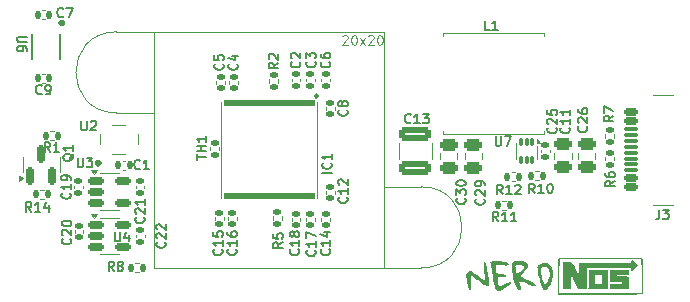
<source format=gto>
G04 #@! TF.GenerationSoftware,KiCad,Pcbnew,8.0.1-8.0.1-1~ubuntu22.04.1*
G04 #@! TF.CreationDate,2024-09-10T20:50:46+02:00*
G04 #@! TF.ProjectId,NerdNOS,4e657264-4e4f-4532-9e6b-696361645f70,rev?*
G04 #@! TF.SameCoordinates,Original*
G04 #@! TF.FileFunction,Legend,Top*
G04 #@! TF.FilePolarity,Positive*
%FSLAX46Y46*%
G04 Gerber Fmt 4.6, Leading zero omitted, Abs format (unit mm)*
G04 Created by KiCad (PCBNEW 8.0.1-8.0.1-1~ubuntu22.04.1) date 2024-09-10 20:50:46*
%MOMM*%
%LPD*%
G01*
G04 APERTURE LIST*
G04 Aperture macros list*
%AMRoundRect*
0 Rectangle with rounded corners*
0 $1 Rounding radius*
0 $2 $3 $4 $5 $6 $7 $8 $9 X,Y pos of 4 corners*
0 Add a 4 corners polygon primitive as box body*
4,1,4,$2,$3,$4,$5,$6,$7,$8,$9,$2,$3,0*
0 Add four circle primitives for the rounded corners*
1,1,$1+$1,$2,$3*
1,1,$1+$1,$4,$5*
1,1,$1+$1,$6,$7*
1,1,$1+$1,$8,$9*
0 Add four rect primitives between the rounded corners*
20,1,$1+$1,$2,$3,$4,$5,0*
20,1,$1+$1,$4,$5,$6,$7,0*
20,1,$1+$1,$6,$7,$8,$9,0*
20,1,$1+$1,$8,$9,$2,$3,0*%
G04 Aperture macros list end*
%ADD10C,0.100000*%
%ADD11C,0.150000*%
%ADD12C,0.120000*%
%ADD13C,0.000000*%
%ADD14C,0.313180*%
%ADD15C,0.250000*%
%ADD16C,0.152400*%
%ADD17C,0.297065*%
%ADD18C,0.010000*%
%ADD19C,1.700000*%
%ADD20RoundRect,0.150000X-0.512500X-0.150000X0.512500X-0.150000X0.512500X0.150000X-0.512500X0.150000X0*%
%ADD21RoundRect,0.135000X0.185000X-0.135000X0.185000X0.135000X-0.185000X0.135000X-0.185000X-0.135000X0*%
%ADD22R,2.700000X7.500000*%
%ADD23RoundRect,0.140000X0.170000X-0.140000X0.170000X0.140000X-0.170000X0.140000X-0.170000X-0.140000X0*%
%ADD24RoundRect,0.140000X-0.170000X0.140000X-0.170000X-0.140000X0.170000X-0.140000X0.170000X0.140000X0*%
%ADD25RoundRect,0.250000X-0.475000X0.250000X-0.475000X-0.250000X0.475000X-0.250000X0.475000X0.250000X0*%
%ADD26RoundRect,0.140000X0.140000X0.170000X-0.140000X0.170000X-0.140000X-0.170000X0.140000X-0.170000X0*%
%ADD27RoundRect,0.150000X0.150000X-0.587500X0.150000X0.587500X-0.150000X0.587500X-0.150000X-0.587500X0*%
%ADD28RoundRect,0.135000X-0.185000X0.135000X-0.185000X-0.135000X0.185000X-0.135000X0.185000X0.135000X0*%
%ADD29C,0.650000*%
%ADD30RoundRect,0.150000X0.425000X-0.150000X0.425000X0.150000X-0.425000X0.150000X-0.425000X-0.150000X0*%
%ADD31RoundRect,0.075000X0.500000X-0.075000X0.500000X0.075000X-0.500000X0.075000X-0.500000X-0.075000X0*%
%ADD32O,2.100000X1.000000*%
%ADD33O,1.800000X1.000000*%
%ADD34RoundRect,0.135000X0.135000X0.185000X-0.135000X0.185000X-0.135000X-0.185000X0.135000X-0.185000X0*%
%ADD35R,1.300000X1.100000*%
%ADD36C,2.000000*%
%ADD37RoundRect,0.250000X-1.100000X0.325000X-1.100000X-0.325000X1.100000X-0.325000X1.100000X0.325000X0*%
%ADD38RoundRect,0.135000X-0.135000X-0.185000X0.135000X-0.185000X0.135000X0.185000X-0.135000X0.185000X0*%
%ADD39RoundRect,0.236600X-0.000010X0.295000X-0.000010X-0.295000X0.000010X-0.295000X0.000010X0.295000X0*%
%ADD40R,0.254000X0.762000*%
%ADD41C,3.200000*%
%ADD42RoundRect,0.075000X-0.075000X0.275000X-0.075000X-0.275000X0.075000X-0.275000X0.075000X0.275000X0*%
G04 APERTURE END LIST*
D10*
X110518169Y-56573085D02*
X110556265Y-56534990D01*
X110556265Y-56534990D02*
X110632455Y-56496895D01*
X110632455Y-56496895D02*
X110822931Y-56496895D01*
X110822931Y-56496895D02*
X110899122Y-56534990D01*
X110899122Y-56534990D02*
X110937217Y-56573085D01*
X110937217Y-56573085D02*
X110975312Y-56649276D01*
X110975312Y-56649276D02*
X110975312Y-56725466D01*
X110975312Y-56725466D02*
X110937217Y-56839752D01*
X110937217Y-56839752D02*
X110480074Y-57296895D01*
X110480074Y-57296895D02*
X110975312Y-57296895D01*
X111470551Y-56496895D02*
X111546741Y-56496895D01*
X111546741Y-56496895D02*
X111622932Y-56534990D01*
X111622932Y-56534990D02*
X111661027Y-56573085D01*
X111661027Y-56573085D02*
X111699122Y-56649276D01*
X111699122Y-56649276D02*
X111737217Y-56801657D01*
X111737217Y-56801657D02*
X111737217Y-56992133D01*
X111737217Y-56992133D02*
X111699122Y-57144514D01*
X111699122Y-57144514D02*
X111661027Y-57220704D01*
X111661027Y-57220704D02*
X111622932Y-57258800D01*
X111622932Y-57258800D02*
X111546741Y-57296895D01*
X111546741Y-57296895D02*
X111470551Y-57296895D01*
X111470551Y-57296895D02*
X111394360Y-57258800D01*
X111394360Y-57258800D02*
X111356265Y-57220704D01*
X111356265Y-57220704D02*
X111318170Y-57144514D01*
X111318170Y-57144514D02*
X111280074Y-56992133D01*
X111280074Y-56992133D02*
X111280074Y-56801657D01*
X111280074Y-56801657D02*
X111318170Y-56649276D01*
X111318170Y-56649276D02*
X111356265Y-56573085D01*
X111356265Y-56573085D02*
X111394360Y-56534990D01*
X111394360Y-56534990D02*
X111470551Y-56496895D01*
X112003884Y-57296895D02*
X112422932Y-56763561D01*
X112003884Y-56763561D02*
X112422932Y-57296895D01*
X112689598Y-56573085D02*
X112727694Y-56534990D01*
X112727694Y-56534990D02*
X112803884Y-56496895D01*
X112803884Y-56496895D02*
X112994360Y-56496895D01*
X112994360Y-56496895D02*
X113070551Y-56534990D01*
X113070551Y-56534990D02*
X113108646Y-56573085D01*
X113108646Y-56573085D02*
X113146741Y-56649276D01*
X113146741Y-56649276D02*
X113146741Y-56725466D01*
X113146741Y-56725466D02*
X113108646Y-56839752D01*
X113108646Y-56839752D02*
X112651503Y-57296895D01*
X112651503Y-57296895D02*
X113146741Y-57296895D01*
X113641980Y-56496895D02*
X113718170Y-56496895D01*
X113718170Y-56496895D02*
X113794361Y-56534990D01*
X113794361Y-56534990D02*
X113832456Y-56573085D01*
X113832456Y-56573085D02*
X113870551Y-56649276D01*
X113870551Y-56649276D02*
X113908646Y-56801657D01*
X113908646Y-56801657D02*
X113908646Y-56992133D01*
X113908646Y-56992133D02*
X113870551Y-57144514D01*
X113870551Y-57144514D02*
X113832456Y-57220704D01*
X113832456Y-57220704D02*
X113794361Y-57258800D01*
X113794361Y-57258800D02*
X113718170Y-57296895D01*
X113718170Y-57296895D02*
X113641980Y-57296895D01*
X113641980Y-57296895D02*
X113565789Y-57258800D01*
X113565789Y-57258800D02*
X113527694Y-57220704D01*
X113527694Y-57220704D02*
X113489599Y-57144514D01*
X113489599Y-57144514D02*
X113451503Y-56992133D01*
X113451503Y-56992133D02*
X113451503Y-56801657D01*
X113451503Y-56801657D02*
X113489599Y-56649276D01*
X113489599Y-56649276D02*
X113527694Y-56573085D01*
X113527694Y-56573085D02*
X113565789Y-56534990D01*
X113565789Y-56534990D02*
X113641980Y-56496895D01*
D11*
X91227976Y-73162295D02*
X91227976Y-73809914D01*
X91227976Y-73809914D02*
X91266071Y-73886104D01*
X91266071Y-73886104D02*
X91304166Y-73924200D01*
X91304166Y-73924200D02*
X91380357Y-73962295D01*
X91380357Y-73962295D02*
X91532738Y-73962295D01*
X91532738Y-73962295D02*
X91608928Y-73924200D01*
X91608928Y-73924200D02*
X91647023Y-73886104D01*
X91647023Y-73886104D02*
X91685119Y-73809914D01*
X91685119Y-73809914D02*
X91685119Y-73162295D01*
X92408928Y-73428961D02*
X92408928Y-73962295D01*
X92218452Y-73124200D02*
X92027975Y-73695628D01*
X92027975Y-73695628D02*
X92523214Y-73695628D01*
X133462295Y-63333332D02*
X133081342Y-63599999D01*
X133462295Y-63790475D02*
X132662295Y-63790475D01*
X132662295Y-63790475D02*
X132662295Y-63485713D01*
X132662295Y-63485713D02*
X132700390Y-63409523D01*
X132700390Y-63409523D02*
X132738485Y-63371428D01*
X132738485Y-63371428D02*
X132814676Y-63333332D01*
X132814676Y-63333332D02*
X132928961Y-63333332D01*
X132928961Y-63333332D02*
X133005152Y-63371428D01*
X133005152Y-63371428D02*
X133043247Y-63409523D01*
X133043247Y-63409523D02*
X133081342Y-63485713D01*
X133081342Y-63485713D02*
X133081342Y-63790475D01*
X132662295Y-63066666D02*
X132662295Y-62533332D01*
X132662295Y-62533332D02*
X133462295Y-62876190D01*
X122966666Y-56062295D02*
X122585714Y-56062295D01*
X122585714Y-56062295D02*
X122585714Y-55262295D01*
X123652380Y-56062295D02*
X123195237Y-56062295D01*
X123423809Y-56062295D02*
X123423809Y-55262295D01*
X123423809Y-55262295D02*
X123347618Y-55376580D01*
X123347618Y-55376580D02*
X123271428Y-55452771D01*
X123271428Y-55452771D02*
X123195237Y-55490866D01*
X100386104Y-58933332D02*
X100424200Y-58971428D01*
X100424200Y-58971428D02*
X100462295Y-59085713D01*
X100462295Y-59085713D02*
X100462295Y-59161904D01*
X100462295Y-59161904D02*
X100424200Y-59276190D01*
X100424200Y-59276190D02*
X100348009Y-59352380D01*
X100348009Y-59352380D02*
X100271819Y-59390475D01*
X100271819Y-59390475D02*
X100119438Y-59428571D01*
X100119438Y-59428571D02*
X100005152Y-59428571D01*
X100005152Y-59428571D02*
X99852771Y-59390475D01*
X99852771Y-59390475D02*
X99776580Y-59352380D01*
X99776580Y-59352380D02*
X99700390Y-59276190D01*
X99700390Y-59276190D02*
X99662295Y-59161904D01*
X99662295Y-59161904D02*
X99662295Y-59085713D01*
X99662295Y-59085713D02*
X99700390Y-58971428D01*
X99700390Y-58971428D02*
X99738485Y-58933332D01*
X99662295Y-58209523D02*
X99662295Y-58590475D01*
X99662295Y-58590475D02*
X100043247Y-58628571D01*
X100043247Y-58628571D02*
X100005152Y-58590475D01*
X100005152Y-58590475D02*
X99967057Y-58514285D01*
X99967057Y-58514285D02*
X99967057Y-58323809D01*
X99967057Y-58323809D02*
X100005152Y-58247618D01*
X100005152Y-58247618D02*
X100043247Y-58209523D01*
X100043247Y-58209523D02*
X100119438Y-58171428D01*
X100119438Y-58171428D02*
X100309914Y-58171428D01*
X100309914Y-58171428D02*
X100386104Y-58209523D01*
X100386104Y-58209523D02*
X100424200Y-58247618D01*
X100424200Y-58247618D02*
X100462295Y-58323809D01*
X100462295Y-58323809D02*
X100462295Y-58514285D01*
X100462295Y-58514285D02*
X100424200Y-58590475D01*
X100424200Y-58590475D02*
X100386104Y-58628571D01*
X109386104Y-58733332D02*
X109424200Y-58771428D01*
X109424200Y-58771428D02*
X109462295Y-58885713D01*
X109462295Y-58885713D02*
X109462295Y-58961904D01*
X109462295Y-58961904D02*
X109424200Y-59076190D01*
X109424200Y-59076190D02*
X109348009Y-59152380D01*
X109348009Y-59152380D02*
X109271819Y-59190475D01*
X109271819Y-59190475D02*
X109119438Y-59228571D01*
X109119438Y-59228571D02*
X109005152Y-59228571D01*
X109005152Y-59228571D02*
X108852771Y-59190475D01*
X108852771Y-59190475D02*
X108776580Y-59152380D01*
X108776580Y-59152380D02*
X108700390Y-59076190D01*
X108700390Y-59076190D02*
X108662295Y-58961904D01*
X108662295Y-58961904D02*
X108662295Y-58885713D01*
X108662295Y-58885713D02*
X108700390Y-58771428D01*
X108700390Y-58771428D02*
X108738485Y-58733332D01*
X108662295Y-58047618D02*
X108662295Y-58199999D01*
X108662295Y-58199999D02*
X108700390Y-58276190D01*
X108700390Y-58276190D02*
X108738485Y-58314285D01*
X108738485Y-58314285D02*
X108852771Y-58390475D01*
X108852771Y-58390475D02*
X109005152Y-58428571D01*
X109005152Y-58428571D02*
X109309914Y-58428571D01*
X109309914Y-58428571D02*
X109386104Y-58390475D01*
X109386104Y-58390475D02*
X109424200Y-58352380D01*
X109424200Y-58352380D02*
X109462295Y-58276190D01*
X109462295Y-58276190D02*
X109462295Y-58123809D01*
X109462295Y-58123809D02*
X109424200Y-58047618D01*
X109424200Y-58047618D02*
X109386104Y-58009523D01*
X109386104Y-58009523D02*
X109309914Y-57971428D01*
X109309914Y-57971428D02*
X109119438Y-57971428D01*
X109119438Y-57971428D02*
X109043247Y-58009523D01*
X109043247Y-58009523D02*
X109005152Y-58047618D01*
X109005152Y-58047618D02*
X108967057Y-58123809D01*
X108967057Y-58123809D02*
X108967057Y-58276190D01*
X108967057Y-58276190D02*
X109005152Y-58352380D01*
X109005152Y-58352380D02*
X109043247Y-58390475D01*
X109043247Y-58390475D02*
X109119438Y-58428571D01*
X122486104Y-70364285D02*
X122524200Y-70402381D01*
X122524200Y-70402381D02*
X122562295Y-70516666D01*
X122562295Y-70516666D02*
X122562295Y-70592857D01*
X122562295Y-70592857D02*
X122524200Y-70707143D01*
X122524200Y-70707143D02*
X122448009Y-70783333D01*
X122448009Y-70783333D02*
X122371819Y-70821428D01*
X122371819Y-70821428D02*
X122219438Y-70859524D01*
X122219438Y-70859524D02*
X122105152Y-70859524D01*
X122105152Y-70859524D02*
X121952771Y-70821428D01*
X121952771Y-70821428D02*
X121876580Y-70783333D01*
X121876580Y-70783333D02*
X121800390Y-70707143D01*
X121800390Y-70707143D02*
X121762295Y-70592857D01*
X121762295Y-70592857D02*
X121762295Y-70516666D01*
X121762295Y-70516666D02*
X121800390Y-70402381D01*
X121800390Y-70402381D02*
X121838485Y-70364285D01*
X121838485Y-70059524D02*
X121800390Y-70021428D01*
X121800390Y-70021428D02*
X121762295Y-69945238D01*
X121762295Y-69945238D02*
X121762295Y-69754762D01*
X121762295Y-69754762D02*
X121800390Y-69678571D01*
X121800390Y-69678571D02*
X121838485Y-69640476D01*
X121838485Y-69640476D02*
X121914676Y-69602381D01*
X121914676Y-69602381D02*
X121990866Y-69602381D01*
X121990866Y-69602381D02*
X122105152Y-69640476D01*
X122105152Y-69640476D02*
X122562295Y-70097619D01*
X122562295Y-70097619D02*
X122562295Y-69602381D01*
X122562295Y-69221428D02*
X122562295Y-69069047D01*
X122562295Y-69069047D02*
X122524200Y-68992857D01*
X122524200Y-68992857D02*
X122486104Y-68954761D01*
X122486104Y-68954761D02*
X122371819Y-68878571D01*
X122371819Y-68878571D02*
X122219438Y-68840476D01*
X122219438Y-68840476D02*
X121914676Y-68840476D01*
X121914676Y-68840476D02*
X121838485Y-68878571D01*
X121838485Y-68878571D02*
X121800390Y-68916666D01*
X121800390Y-68916666D02*
X121762295Y-68992857D01*
X121762295Y-68992857D02*
X121762295Y-69145238D01*
X121762295Y-69145238D02*
X121800390Y-69221428D01*
X121800390Y-69221428D02*
X121838485Y-69259523D01*
X121838485Y-69259523D02*
X121914676Y-69297619D01*
X121914676Y-69297619D02*
X122105152Y-69297619D01*
X122105152Y-69297619D02*
X122181342Y-69259523D01*
X122181342Y-69259523D02*
X122219438Y-69221428D01*
X122219438Y-69221428D02*
X122257533Y-69145238D01*
X122257533Y-69145238D02*
X122257533Y-68992857D01*
X122257533Y-68992857D02*
X122219438Y-68916666D01*
X122219438Y-68916666D02*
X122181342Y-68878571D01*
X122181342Y-68878571D02*
X122105152Y-68840476D01*
X86866667Y-54886104D02*
X86828571Y-54924200D01*
X86828571Y-54924200D02*
X86714286Y-54962295D01*
X86714286Y-54962295D02*
X86638095Y-54962295D01*
X86638095Y-54962295D02*
X86523809Y-54924200D01*
X86523809Y-54924200D02*
X86447619Y-54848009D01*
X86447619Y-54848009D02*
X86409524Y-54771819D01*
X86409524Y-54771819D02*
X86371428Y-54619438D01*
X86371428Y-54619438D02*
X86371428Y-54505152D01*
X86371428Y-54505152D02*
X86409524Y-54352771D01*
X86409524Y-54352771D02*
X86447619Y-54276580D01*
X86447619Y-54276580D02*
X86523809Y-54200390D01*
X86523809Y-54200390D02*
X86638095Y-54162295D01*
X86638095Y-54162295D02*
X86714286Y-54162295D01*
X86714286Y-54162295D02*
X86828571Y-54200390D01*
X86828571Y-54200390D02*
X86866667Y-54238485D01*
X87133333Y-54162295D02*
X87666667Y-54162295D01*
X87666667Y-54162295D02*
X87323809Y-54962295D01*
X87738485Y-66543689D02*
X87700390Y-66619879D01*
X87700390Y-66619879D02*
X87624200Y-66696070D01*
X87624200Y-66696070D02*
X87509914Y-66810356D01*
X87509914Y-66810356D02*
X87471819Y-66886546D01*
X87471819Y-66886546D02*
X87471819Y-66962737D01*
X87662295Y-66924641D02*
X87624200Y-67000832D01*
X87624200Y-67000832D02*
X87548009Y-67077022D01*
X87548009Y-67077022D02*
X87395628Y-67115118D01*
X87395628Y-67115118D02*
X87128961Y-67115118D01*
X87128961Y-67115118D02*
X86976580Y-67077022D01*
X86976580Y-67077022D02*
X86900390Y-67000832D01*
X86900390Y-67000832D02*
X86862295Y-66924641D01*
X86862295Y-66924641D02*
X86862295Y-66772260D01*
X86862295Y-66772260D02*
X86900390Y-66696070D01*
X86900390Y-66696070D02*
X86976580Y-66619879D01*
X86976580Y-66619879D02*
X87128961Y-66581784D01*
X87128961Y-66581784D02*
X87395628Y-66581784D01*
X87395628Y-66581784D02*
X87548009Y-66619879D01*
X87548009Y-66619879D02*
X87624200Y-66696070D01*
X87624200Y-66696070D02*
X87662295Y-66772260D01*
X87662295Y-66772260D02*
X87662295Y-66924641D01*
X87662295Y-65819880D02*
X87662295Y-66277023D01*
X87662295Y-66048451D02*
X86862295Y-66048451D01*
X86862295Y-66048451D02*
X86976580Y-66124642D01*
X86976580Y-66124642D02*
X87052771Y-66200832D01*
X87052771Y-66200832D02*
X87090866Y-66277023D01*
X106886104Y-58733332D02*
X106924200Y-58771428D01*
X106924200Y-58771428D02*
X106962295Y-58885713D01*
X106962295Y-58885713D02*
X106962295Y-58961904D01*
X106962295Y-58961904D02*
X106924200Y-59076190D01*
X106924200Y-59076190D02*
X106848009Y-59152380D01*
X106848009Y-59152380D02*
X106771819Y-59190475D01*
X106771819Y-59190475D02*
X106619438Y-59228571D01*
X106619438Y-59228571D02*
X106505152Y-59228571D01*
X106505152Y-59228571D02*
X106352771Y-59190475D01*
X106352771Y-59190475D02*
X106276580Y-59152380D01*
X106276580Y-59152380D02*
X106200390Y-59076190D01*
X106200390Y-59076190D02*
X106162295Y-58961904D01*
X106162295Y-58961904D02*
X106162295Y-58885713D01*
X106162295Y-58885713D02*
X106200390Y-58771428D01*
X106200390Y-58771428D02*
X106238485Y-58733332D01*
X106238485Y-58428571D02*
X106200390Y-58390475D01*
X106200390Y-58390475D02*
X106162295Y-58314285D01*
X106162295Y-58314285D02*
X106162295Y-58123809D01*
X106162295Y-58123809D02*
X106200390Y-58047618D01*
X106200390Y-58047618D02*
X106238485Y-58009523D01*
X106238485Y-58009523D02*
X106314676Y-57971428D01*
X106314676Y-57971428D02*
X106390866Y-57971428D01*
X106390866Y-57971428D02*
X106505152Y-58009523D01*
X106505152Y-58009523D02*
X106962295Y-58466666D01*
X106962295Y-58466666D02*
X106962295Y-57971428D01*
X133562295Y-68833332D02*
X133181342Y-69099999D01*
X133562295Y-69290475D02*
X132762295Y-69290475D01*
X132762295Y-69290475D02*
X132762295Y-68985713D01*
X132762295Y-68985713D02*
X132800390Y-68909523D01*
X132800390Y-68909523D02*
X132838485Y-68871428D01*
X132838485Y-68871428D02*
X132914676Y-68833332D01*
X132914676Y-68833332D02*
X133028961Y-68833332D01*
X133028961Y-68833332D02*
X133105152Y-68871428D01*
X133105152Y-68871428D02*
X133143247Y-68909523D01*
X133143247Y-68909523D02*
X133181342Y-68985713D01*
X133181342Y-68985713D02*
X133181342Y-69290475D01*
X132762295Y-68147618D02*
X132762295Y-68299999D01*
X132762295Y-68299999D02*
X132800390Y-68376190D01*
X132800390Y-68376190D02*
X132838485Y-68414285D01*
X132838485Y-68414285D02*
X132952771Y-68490475D01*
X132952771Y-68490475D02*
X133105152Y-68528571D01*
X133105152Y-68528571D02*
X133409914Y-68528571D01*
X133409914Y-68528571D02*
X133486104Y-68490475D01*
X133486104Y-68490475D02*
X133524200Y-68452380D01*
X133524200Y-68452380D02*
X133562295Y-68376190D01*
X133562295Y-68376190D02*
X133562295Y-68223809D01*
X133562295Y-68223809D02*
X133524200Y-68147618D01*
X133524200Y-68147618D02*
X133486104Y-68109523D01*
X133486104Y-68109523D02*
X133409914Y-68071428D01*
X133409914Y-68071428D02*
X133219438Y-68071428D01*
X133219438Y-68071428D02*
X133143247Y-68109523D01*
X133143247Y-68109523D02*
X133105152Y-68147618D01*
X133105152Y-68147618D02*
X133067057Y-68223809D01*
X133067057Y-68223809D02*
X133067057Y-68376190D01*
X133067057Y-68376190D02*
X133105152Y-68452380D01*
X133105152Y-68452380D02*
X133143247Y-68490475D01*
X133143247Y-68490475D02*
X133219438Y-68528571D01*
X87486104Y-73714285D02*
X87524200Y-73752381D01*
X87524200Y-73752381D02*
X87562295Y-73866666D01*
X87562295Y-73866666D02*
X87562295Y-73942857D01*
X87562295Y-73942857D02*
X87524200Y-74057143D01*
X87524200Y-74057143D02*
X87448009Y-74133333D01*
X87448009Y-74133333D02*
X87371819Y-74171428D01*
X87371819Y-74171428D02*
X87219438Y-74209524D01*
X87219438Y-74209524D02*
X87105152Y-74209524D01*
X87105152Y-74209524D02*
X86952771Y-74171428D01*
X86952771Y-74171428D02*
X86876580Y-74133333D01*
X86876580Y-74133333D02*
X86800390Y-74057143D01*
X86800390Y-74057143D02*
X86762295Y-73942857D01*
X86762295Y-73942857D02*
X86762295Y-73866666D01*
X86762295Y-73866666D02*
X86800390Y-73752381D01*
X86800390Y-73752381D02*
X86838485Y-73714285D01*
X86838485Y-73409524D02*
X86800390Y-73371428D01*
X86800390Y-73371428D02*
X86762295Y-73295238D01*
X86762295Y-73295238D02*
X86762295Y-73104762D01*
X86762295Y-73104762D02*
X86800390Y-73028571D01*
X86800390Y-73028571D02*
X86838485Y-72990476D01*
X86838485Y-72990476D02*
X86914676Y-72952381D01*
X86914676Y-72952381D02*
X86990866Y-72952381D01*
X86990866Y-72952381D02*
X87105152Y-72990476D01*
X87105152Y-72990476D02*
X87562295Y-73447619D01*
X87562295Y-73447619D02*
X87562295Y-72952381D01*
X86762295Y-72457142D02*
X86762295Y-72380952D01*
X86762295Y-72380952D02*
X86800390Y-72304761D01*
X86800390Y-72304761D02*
X86838485Y-72266666D01*
X86838485Y-72266666D02*
X86914676Y-72228571D01*
X86914676Y-72228571D02*
X87067057Y-72190476D01*
X87067057Y-72190476D02*
X87257533Y-72190476D01*
X87257533Y-72190476D02*
X87409914Y-72228571D01*
X87409914Y-72228571D02*
X87486104Y-72266666D01*
X87486104Y-72266666D02*
X87524200Y-72304761D01*
X87524200Y-72304761D02*
X87562295Y-72380952D01*
X87562295Y-72380952D02*
X87562295Y-72457142D01*
X87562295Y-72457142D02*
X87524200Y-72533333D01*
X87524200Y-72533333D02*
X87486104Y-72571428D01*
X87486104Y-72571428D02*
X87409914Y-72609523D01*
X87409914Y-72609523D02*
X87257533Y-72647619D01*
X87257533Y-72647619D02*
X87067057Y-72647619D01*
X87067057Y-72647619D02*
X86914676Y-72609523D01*
X86914676Y-72609523D02*
X86838485Y-72571428D01*
X86838485Y-72571428D02*
X86800390Y-72533333D01*
X86800390Y-72533333D02*
X86762295Y-72457142D01*
X105462295Y-74033332D02*
X105081342Y-74299999D01*
X105462295Y-74490475D02*
X104662295Y-74490475D01*
X104662295Y-74490475D02*
X104662295Y-74185713D01*
X104662295Y-74185713D02*
X104700390Y-74109523D01*
X104700390Y-74109523D02*
X104738485Y-74071428D01*
X104738485Y-74071428D02*
X104814676Y-74033332D01*
X104814676Y-74033332D02*
X104928961Y-74033332D01*
X104928961Y-74033332D02*
X105005152Y-74071428D01*
X105005152Y-74071428D02*
X105043247Y-74109523D01*
X105043247Y-74109523D02*
X105081342Y-74185713D01*
X105081342Y-74185713D02*
X105081342Y-74490475D01*
X104662295Y-73309523D02*
X104662295Y-73690475D01*
X104662295Y-73690475D02*
X105043247Y-73728571D01*
X105043247Y-73728571D02*
X105005152Y-73690475D01*
X105005152Y-73690475D02*
X104967057Y-73614285D01*
X104967057Y-73614285D02*
X104967057Y-73423809D01*
X104967057Y-73423809D02*
X105005152Y-73347618D01*
X105005152Y-73347618D02*
X105043247Y-73309523D01*
X105043247Y-73309523D02*
X105119438Y-73271428D01*
X105119438Y-73271428D02*
X105309914Y-73271428D01*
X105309914Y-73271428D02*
X105386104Y-73309523D01*
X105386104Y-73309523D02*
X105424200Y-73347618D01*
X105424200Y-73347618D02*
X105462295Y-73423809D01*
X105462295Y-73423809D02*
X105462295Y-73614285D01*
X105462295Y-73614285D02*
X105424200Y-73690475D01*
X105424200Y-73690475D02*
X105386104Y-73728571D01*
X137333333Y-71262295D02*
X137333333Y-71833723D01*
X137333333Y-71833723D02*
X137295238Y-71948009D01*
X137295238Y-71948009D02*
X137219047Y-72024200D01*
X137219047Y-72024200D02*
X137104762Y-72062295D01*
X137104762Y-72062295D02*
X137028571Y-72062295D01*
X137638095Y-71262295D02*
X138133333Y-71262295D01*
X138133333Y-71262295D02*
X137866667Y-71567057D01*
X137866667Y-71567057D02*
X137980952Y-71567057D01*
X137980952Y-71567057D02*
X138057143Y-71605152D01*
X138057143Y-71605152D02*
X138095238Y-71643247D01*
X138095238Y-71643247D02*
X138133333Y-71719438D01*
X138133333Y-71719438D02*
X138133333Y-71909914D01*
X138133333Y-71909914D02*
X138095238Y-71986104D01*
X138095238Y-71986104D02*
X138057143Y-72024200D01*
X138057143Y-72024200D02*
X137980952Y-72062295D01*
X137980952Y-72062295D02*
X137752381Y-72062295D01*
X137752381Y-72062295D02*
X137676190Y-72024200D01*
X137676190Y-72024200D02*
X137638095Y-71986104D01*
X106786104Y-74614285D02*
X106824200Y-74652381D01*
X106824200Y-74652381D02*
X106862295Y-74766666D01*
X106862295Y-74766666D02*
X106862295Y-74842857D01*
X106862295Y-74842857D02*
X106824200Y-74957143D01*
X106824200Y-74957143D02*
X106748009Y-75033333D01*
X106748009Y-75033333D02*
X106671819Y-75071428D01*
X106671819Y-75071428D02*
X106519438Y-75109524D01*
X106519438Y-75109524D02*
X106405152Y-75109524D01*
X106405152Y-75109524D02*
X106252771Y-75071428D01*
X106252771Y-75071428D02*
X106176580Y-75033333D01*
X106176580Y-75033333D02*
X106100390Y-74957143D01*
X106100390Y-74957143D02*
X106062295Y-74842857D01*
X106062295Y-74842857D02*
X106062295Y-74766666D01*
X106062295Y-74766666D02*
X106100390Y-74652381D01*
X106100390Y-74652381D02*
X106138485Y-74614285D01*
X106862295Y-73852381D02*
X106862295Y-74309524D01*
X106862295Y-74080952D02*
X106062295Y-74080952D01*
X106062295Y-74080952D02*
X106176580Y-74157143D01*
X106176580Y-74157143D02*
X106252771Y-74233333D01*
X106252771Y-74233333D02*
X106290866Y-74309524D01*
X106405152Y-73395238D02*
X106367057Y-73471428D01*
X106367057Y-73471428D02*
X106328961Y-73509523D01*
X106328961Y-73509523D02*
X106252771Y-73547619D01*
X106252771Y-73547619D02*
X106214676Y-73547619D01*
X106214676Y-73547619D02*
X106138485Y-73509523D01*
X106138485Y-73509523D02*
X106100390Y-73471428D01*
X106100390Y-73471428D02*
X106062295Y-73395238D01*
X106062295Y-73395238D02*
X106062295Y-73242857D01*
X106062295Y-73242857D02*
X106100390Y-73166666D01*
X106100390Y-73166666D02*
X106138485Y-73128571D01*
X106138485Y-73128571D02*
X106214676Y-73090476D01*
X106214676Y-73090476D02*
X106252771Y-73090476D01*
X106252771Y-73090476D02*
X106328961Y-73128571D01*
X106328961Y-73128571D02*
X106367057Y-73166666D01*
X106367057Y-73166666D02*
X106405152Y-73242857D01*
X106405152Y-73242857D02*
X106405152Y-73395238D01*
X106405152Y-73395238D02*
X106443247Y-73471428D01*
X106443247Y-73471428D02*
X106481342Y-73509523D01*
X106481342Y-73509523D02*
X106557533Y-73547619D01*
X106557533Y-73547619D02*
X106709914Y-73547619D01*
X106709914Y-73547619D02*
X106786104Y-73509523D01*
X106786104Y-73509523D02*
X106824200Y-73471428D01*
X106824200Y-73471428D02*
X106862295Y-73395238D01*
X106862295Y-73395238D02*
X106862295Y-73242857D01*
X106862295Y-73242857D02*
X106824200Y-73166666D01*
X106824200Y-73166666D02*
X106786104Y-73128571D01*
X106786104Y-73128571D02*
X106709914Y-73090476D01*
X106709914Y-73090476D02*
X106557533Y-73090476D01*
X106557533Y-73090476D02*
X106481342Y-73128571D01*
X106481342Y-73128571D02*
X106443247Y-73166666D01*
X106443247Y-73166666D02*
X106405152Y-73242857D01*
X100286104Y-74614285D02*
X100324200Y-74652381D01*
X100324200Y-74652381D02*
X100362295Y-74766666D01*
X100362295Y-74766666D02*
X100362295Y-74842857D01*
X100362295Y-74842857D02*
X100324200Y-74957143D01*
X100324200Y-74957143D02*
X100248009Y-75033333D01*
X100248009Y-75033333D02*
X100171819Y-75071428D01*
X100171819Y-75071428D02*
X100019438Y-75109524D01*
X100019438Y-75109524D02*
X99905152Y-75109524D01*
X99905152Y-75109524D02*
X99752771Y-75071428D01*
X99752771Y-75071428D02*
X99676580Y-75033333D01*
X99676580Y-75033333D02*
X99600390Y-74957143D01*
X99600390Y-74957143D02*
X99562295Y-74842857D01*
X99562295Y-74842857D02*
X99562295Y-74766666D01*
X99562295Y-74766666D02*
X99600390Y-74652381D01*
X99600390Y-74652381D02*
X99638485Y-74614285D01*
X100362295Y-73852381D02*
X100362295Y-74309524D01*
X100362295Y-74080952D02*
X99562295Y-74080952D01*
X99562295Y-74080952D02*
X99676580Y-74157143D01*
X99676580Y-74157143D02*
X99752771Y-74233333D01*
X99752771Y-74233333D02*
X99790866Y-74309524D01*
X99562295Y-73128571D02*
X99562295Y-73509523D01*
X99562295Y-73509523D02*
X99943247Y-73547619D01*
X99943247Y-73547619D02*
X99905152Y-73509523D01*
X99905152Y-73509523D02*
X99867057Y-73433333D01*
X99867057Y-73433333D02*
X99867057Y-73242857D01*
X99867057Y-73242857D02*
X99905152Y-73166666D01*
X99905152Y-73166666D02*
X99943247Y-73128571D01*
X99943247Y-73128571D02*
X100019438Y-73090476D01*
X100019438Y-73090476D02*
X100209914Y-73090476D01*
X100209914Y-73090476D02*
X100286104Y-73128571D01*
X100286104Y-73128571D02*
X100324200Y-73166666D01*
X100324200Y-73166666D02*
X100362295Y-73242857D01*
X100362295Y-73242857D02*
X100362295Y-73433333D01*
X100362295Y-73433333D02*
X100324200Y-73509523D01*
X100324200Y-73509523D02*
X100286104Y-73547619D01*
X108186104Y-74714285D02*
X108224200Y-74752381D01*
X108224200Y-74752381D02*
X108262295Y-74866666D01*
X108262295Y-74866666D02*
X108262295Y-74942857D01*
X108262295Y-74942857D02*
X108224200Y-75057143D01*
X108224200Y-75057143D02*
X108148009Y-75133333D01*
X108148009Y-75133333D02*
X108071819Y-75171428D01*
X108071819Y-75171428D02*
X107919438Y-75209524D01*
X107919438Y-75209524D02*
X107805152Y-75209524D01*
X107805152Y-75209524D02*
X107652771Y-75171428D01*
X107652771Y-75171428D02*
X107576580Y-75133333D01*
X107576580Y-75133333D02*
X107500390Y-75057143D01*
X107500390Y-75057143D02*
X107462295Y-74942857D01*
X107462295Y-74942857D02*
X107462295Y-74866666D01*
X107462295Y-74866666D02*
X107500390Y-74752381D01*
X107500390Y-74752381D02*
X107538485Y-74714285D01*
X108262295Y-73952381D02*
X108262295Y-74409524D01*
X108262295Y-74180952D02*
X107462295Y-74180952D01*
X107462295Y-74180952D02*
X107576580Y-74257143D01*
X107576580Y-74257143D02*
X107652771Y-74333333D01*
X107652771Y-74333333D02*
X107690866Y-74409524D01*
X107462295Y-73685714D02*
X107462295Y-73152380D01*
X107462295Y-73152380D02*
X108262295Y-73495238D01*
X91166667Y-76462295D02*
X90900000Y-76081342D01*
X90709524Y-76462295D02*
X90709524Y-75662295D01*
X90709524Y-75662295D02*
X91014286Y-75662295D01*
X91014286Y-75662295D02*
X91090476Y-75700390D01*
X91090476Y-75700390D02*
X91128571Y-75738485D01*
X91128571Y-75738485D02*
X91166667Y-75814676D01*
X91166667Y-75814676D02*
X91166667Y-75928961D01*
X91166667Y-75928961D02*
X91128571Y-76005152D01*
X91128571Y-76005152D02*
X91090476Y-76043247D01*
X91090476Y-76043247D02*
X91014286Y-76081342D01*
X91014286Y-76081342D02*
X90709524Y-76081342D01*
X91623809Y-76005152D02*
X91547619Y-75967057D01*
X91547619Y-75967057D02*
X91509524Y-75928961D01*
X91509524Y-75928961D02*
X91471428Y-75852771D01*
X91471428Y-75852771D02*
X91471428Y-75814676D01*
X91471428Y-75814676D02*
X91509524Y-75738485D01*
X91509524Y-75738485D02*
X91547619Y-75700390D01*
X91547619Y-75700390D02*
X91623809Y-75662295D01*
X91623809Y-75662295D02*
X91776190Y-75662295D01*
X91776190Y-75662295D02*
X91852381Y-75700390D01*
X91852381Y-75700390D02*
X91890476Y-75738485D01*
X91890476Y-75738485D02*
X91928571Y-75814676D01*
X91928571Y-75814676D02*
X91928571Y-75852771D01*
X91928571Y-75852771D02*
X91890476Y-75928961D01*
X91890476Y-75928961D02*
X91852381Y-75967057D01*
X91852381Y-75967057D02*
X91776190Y-76005152D01*
X91776190Y-76005152D02*
X91623809Y-76005152D01*
X91623809Y-76005152D02*
X91547619Y-76043247D01*
X91547619Y-76043247D02*
X91509524Y-76081342D01*
X91509524Y-76081342D02*
X91471428Y-76157533D01*
X91471428Y-76157533D02*
X91471428Y-76309914D01*
X91471428Y-76309914D02*
X91509524Y-76386104D01*
X91509524Y-76386104D02*
X91547619Y-76424200D01*
X91547619Y-76424200D02*
X91623809Y-76462295D01*
X91623809Y-76462295D02*
X91776190Y-76462295D01*
X91776190Y-76462295D02*
X91852381Y-76424200D01*
X91852381Y-76424200D02*
X91890476Y-76386104D01*
X91890476Y-76386104D02*
X91928571Y-76309914D01*
X91928571Y-76309914D02*
X91928571Y-76157533D01*
X91928571Y-76157533D02*
X91890476Y-76081342D01*
X91890476Y-76081342D02*
X91852381Y-76043247D01*
X91852381Y-76043247D02*
X91776190Y-76005152D01*
X108186104Y-58733332D02*
X108224200Y-58771428D01*
X108224200Y-58771428D02*
X108262295Y-58885713D01*
X108262295Y-58885713D02*
X108262295Y-58961904D01*
X108262295Y-58961904D02*
X108224200Y-59076190D01*
X108224200Y-59076190D02*
X108148009Y-59152380D01*
X108148009Y-59152380D02*
X108071819Y-59190475D01*
X108071819Y-59190475D02*
X107919438Y-59228571D01*
X107919438Y-59228571D02*
X107805152Y-59228571D01*
X107805152Y-59228571D02*
X107652771Y-59190475D01*
X107652771Y-59190475D02*
X107576580Y-59152380D01*
X107576580Y-59152380D02*
X107500390Y-59076190D01*
X107500390Y-59076190D02*
X107462295Y-58961904D01*
X107462295Y-58961904D02*
X107462295Y-58885713D01*
X107462295Y-58885713D02*
X107500390Y-58771428D01*
X107500390Y-58771428D02*
X107538485Y-58733332D01*
X107462295Y-58466666D02*
X107462295Y-57971428D01*
X107462295Y-57971428D02*
X107767057Y-58238094D01*
X107767057Y-58238094D02*
X107767057Y-58123809D01*
X107767057Y-58123809D02*
X107805152Y-58047618D01*
X107805152Y-58047618D02*
X107843247Y-58009523D01*
X107843247Y-58009523D02*
X107919438Y-57971428D01*
X107919438Y-57971428D02*
X108109914Y-57971428D01*
X108109914Y-57971428D02*
X108186104Y-58009523D01*
X108186104Y-58009523D02*
X108224200Y-58047618D01*
X108224200Y-58047618D02*
X108262295Y-58123809D01*
X108262295Y-58123809D02*
X108262295Y-58352380D01*
X108262295Y-58352380D02*
X108224200Y-58428571D01*
X108224200Y-58428571D02*
X108186104Y-58466666D01*
X131186104Y-64214285D02*
X131224200Y-64252381D01*
X131224200Y-64252381D02*
X131262295Y-64366666D01*
X131262295Y-64366666D02*
X131262295Y-64442857D01*
X131262295Y-64442857D02*
X131224200Y-64557143D01*
X131224200Y-64557143D02*
X131148009Y-64633333D01*
X131148009Y-64633333D02*
X131071819Y-64671428D01*
X131071819Y-64671428D02*
X130919438Y-64709524D01*
X130919438Y-64709524D02*
X130805152Y-64709524D01*
X130805152Y-64709524D02*
X130652771Y-64671428D01*
X130652771Y-64671428D02*
X130576580Y-64633333D01*
X130576580Y-64633333D02*
X130500390Y-64557143D01*
X130500390Y-64557143D02*
X130462295Y-64442857D01*
X130462295Y-64442857D02*
X130462295Y-64366666D01*
X130462295Y-64366666D02*
X130500390Y-64252381D01*
X130500390Y-64252381D02*
X130538485Y-64214285D01*
X130538485Y-63909524D02*
X130500390Y-63871428D01*
X130500390Y-63871428D02*
X130462295Y-63795238D01*
X130462295Y-63795238D02*
X130462295Y-63604762D01*
X130462295Y-63604762D02*
X130500390Y-63528571D01*
X130500390Y-63528571D02*
X130538485Y-63490476D01*
X130538485Y-63490476D02*
X130614676Y-63452381D01*
X130614676Y-63452381D02*
X130690866Y-63452381D01*
X130690866Y-63452381D02*
X130805152Y-63490476D01*
X130805152Y-63490476D02*
X131262295Y-63947619D01*
X131262295Y-63947619D02*
X131262295Y-63452381D01*
X130462295Y-62766666D02*
X130462295Y-62919047D01*
X130462295Y-62919047D02*
X130500390Y-62995238D01*
X130500390Y-62995238D02*
X130538485Y-63033333D01*
X130538485Y-63033333D02*
X130652771Y-63109523D01*
X130652771Y-63109523D02*
X130805152Y-63147619D01*
X130805152Y-63147619D02*
X131109914Y-63147619D01*
X131109914Y-63147619D02*
X131186104Y-63109523D01*
X131186104Y-63109523D02*
X131224200Y-63071428D01*
X131224200Y-63071428D02*
X131262295Y-62995238D01*
X131262295Y-62995238D02*
X131262295Y-62842857D01*
X131262295Y-62842857D02*
X131224200Y-62766666D01*
X131224200Y-62766666D02*
X131186104Y-62728571D01*
X131186104Y-62728571D02*
X131109914Y-62690476D01*
X131109914Y-62690476D02*
X130919438Y-62690476D01*
X130919438Y-62690476D02*
X130843247Y-62728571D01*
X130843247Y-62728571D02*
X130805152Y-62766666D01*
X130805152Y-62766666D02*
X130767057Y-62842857D01*
X130767057Y-62842857D02*
X130767057Y-62995238D01*
X130767057Y-62995238D02*
X130805152Y-63071428D01*
X130805152Y-63071428D02*
X130843247Y-63109523D01*
X130843247Y-63109523D02*
X130919438Y-63147619D01*
X88390476Y-63762295D02*
X88390476Y-64409914D01*
X88390476Y-64409914D02*
X88428571Y-64486104D01*
X88428571Y-64486104D02*
X88466666Y-64524200D01*
X88466666Y-64524200D02*
X88542857Y-64562295D01*
X88542857Y-64562295D02*
X88695238Y-64562295D01*
X88695238Y-64562295D02*
X88771428Y-64524200D01*
X88771428Y-64524200D02*
X88809523Y-64486104D01*
X88809523Y-64486104D02*
X88847619Y-64409914D01*
X88847619Y-64409914D02*
X88847619Y-63762295D01*
X89190475Y-63838485D02*
X89228571Y-63800390D01*
X89228571Y-63800390D02*
X89304761Y-63762295D01*
X89304761Y-63762295D02*
X89495237Y-63762295D01*
X89495237Y-63762295D02*
X89571428Y-63800390D01*
X89571428Y-63800390D02*
X89609523Y-63838485D01*
X89609523Y-63838485D02*
X89647618Y-63914676D01*
X89647618Y-63914676D02*
X89647618Y-63990866D01*
X89647618Y-63990866D02*
X89609523Y-64105152D01*
X89609523Y-64105152D02*
X89152380Y-64562295D01*
X89152380Y-64562295D02*
X89647618Y-64562295D01*
X129686104Y-64314285D02*
X129724200Y-64352381D01*
X129724200Y-64352381D02*
X129762295Y-64466666D01*
X129762295Y-64466666D02*
X129762295Y-64542857D01*
X129762295Y-64542857D02*
X129724200Y-64657143D01*
X129724200Y-64657143D02*
X129648009Y-64733333D01*
X129648009Y-64733333D02*
X129571819Y-64771428D01*
X129571819Y-64771428D02*
X129419438Y-64809524D01*
X129419438Y-64809524D02*
X129305152Y-64809524D01*
X129305152Y-64809524D02*
X129152771Y-64771428D01*
X129152771Y-64771428D02*
X129076580Y-64733333D01*
X129076580Y-64733333D02*
X129000390Y-64657143D01*
X129000390Y-64657143D02*
X128962295Y-64542857D01*
X128962295Y-64542857D02*
X128962295Y-64466666D01*
X128962295Y-64466666D02*
X129000390Y-64352381D01*
X129000390Y-64352381D02*
X129038485Y-64314285D01*
X129762295Y-63552381D02*
X129762295Y-64009524D01*
X129762295Y-63780952D02*
X128962295Y-63780952D01*
X128962295Y-63780952D02*
X129076580Y-63857143D01*
X129076580Y-63857143D02*
X129152771Y-63933333D01*
X129152771Y-63933333D02*
X129190866Y-64009524D01*
X129762295Y-62790476D02*
X129762295Y-63247619D01*
X129762295Y-63019047D02*
X128962295Y-63019047D01*
X128962295Y-63019047D02*
X129076580Y-63095238D01*
X129076580Y-63095238D02*
X129152771Y-63171428D01*
X129152771Y-63171428D02*
X129190866Y-63247619D01*
X120886104Y-70314285D02*
X120924200Y-70352381D01*
X120924200Y-70352381D02*
X120962295Y-70466666D01*
X120962295Y-70466666D02*
X120962295Y-70542857D01*
X120962295Y-70542857D02*
X120924200Y-70657143D01*
X120924200Y-70657143D02*
X120848009Y-70733333D01*
X120848009Y-70733333D02*
X120771819Y-70771428D01*
X120771819Y-70771428D02*
X120619438Y-70809524D01*
X120619438Y-70809524D02*
X120505152Y-70809524D01*
X120505152Y-70809524D02*
X120352771Y-70771428D01*
X120352771Y-70771428D02*
X120276580Y-70733333D01*
X120276580Y-70733333D02*
X120200390Y-70657143D01*
X120200390Y-70657143D02*
X120162295Y-70542857D01*
X120162295Y-70542857D02*
X120162295Y-70466666D01*
X120162295Y-70466666D02*
X120200390Y-70352381D01*
X120200390Y-70352381D02*
X120238485Y-70314285D01*
X120162295Y-70047619D02*
X120162295Y-69552381D01*
X120162295Y-69552381D02*
X120467057Y-69819047D01*
X120467057Y-69819047D02*
X120467057Y-69704762D01*
X120467057Y-69704762D02*
X120505152Y-69628571D01*
X120505152Y-69628571D02*
X120543247Y-69590476D01*
X120543247Y-69590476D02*
X120619438Y-69552381D01*
X120619438Y-69552381D02*
X120809914Y-69552381D01*
X120809914Y-69552381D02*
X120886104Y-69590476D01*
X120886104Y-69590476D02*
X120924200Y-69628571D01*
X120924200Y-69628571D02*
X120962295Y-69704762D01*
X120962295Y-69704762D02*
X120962295Y-69933333D01*
X120962295Y-69933333D02*
X120924200Y-70009524D01*
X120924200Y-70009524D02*
X120886104Y-70047619D01*
X120162295Y-69057142D02*
X120162295Y-68980952D01*
X120162295Y-68980952D02*
X120200390Y-68904761D01*
X120200390Y-68904761D02*
X120238485Y-68866666D01*
X120238485Y-68866666D02*
X120314676Y-68828571D01*
X120314676Y-68828571D02*
X120467057Y-68790476D01*
X120467057Y-68790476D02*
X120657533Y-68790476D01*
X120657533Y-68790476D02*
X120809914Y-68828571D01*
X120809914Y-68828571D02*
X120886104Y-68866666D01*
X120886104Y-68866666D02*
X120924200Y-68904761D01*
X120924200Y-68904761D02*
X120962295Y-68980952D01*
X120962295Y-68980952D02*
X120962295Y-69057142D01*
X120962295Y-69057142D02*
X120924200Y-69133333D01*
X120924200Y-69133333D02*
X120886104Y-69171428D01*
X120886104Y-69171428D02*
X120809914Y-69209523D01*
X120809914Y-69209523D02*
X120657533Y-69247619D01*
X120657533Y-69247619D02*
X120467057Y-69247619D01*
X120467057Y-69247619D02*
X120314676Y-69209523D01*
X120314676Y-69209523D02*
X120238485Y-69171428D01*
X120238485Y-69171428D02*
X120200390Y-69133333D01*
X120200390Y-69133333D02*
X120162295Y-69057142D01*
X93366667Y-67786104D02*
X93328571Y-67824200D01*
X93328571Y-67824200D02*
X93214286Y-67862295D01*
X93214286Y-67862295D02*
X93138095Y-67862295D01*
X93138095Y-67862295D02*
X93023809Y-67824200D01*
X93023809Y-67824200D02*
X92947619Y-67748009D01*
X92947619Y-67748009D02*
X92909524Y-67671819D01*
X92909524Y-67671819D02*
X92871428Y-67519438D01*
X92871428Y-67519438D02*
X92871428Y-67405152D01*
X92871428Y-67405152D02*
X92909524Y-67252771D01*
X92909524Y-67252771D02*
X92947619Y-67176580D01*
X92947619Y-67176580D02*
X93023809Y-67100390D01*
X93023809Y-67100390D02*
X93138095Y-67062295D01*
X93138095Y-67062295D02*
X93214286Y-67062295D01*
X93214286Y-67062295D02*
X93328571Y-67100390D01*
X93328571Y-67100390D02*
X93366667Y-67138485D01*
X94128571Y-67862295D02*
X93671428Y-67862295D01*
X93900000Y-67862295D02*
X93900000Y-67062295D01*
X93900000Y-67062295D02*
X93823809Y-67176580D01*
X93823809Y-67176580D02*
X93747619Y-67252771D01*
X93747619Y-67252771D02*
X93671428Y-67290866D01*
X116285714Y-63886104D02*
X116247618Y-63924200D01*
X116247618Y-63924200D02*
X116133333Y-63962295D01*
X116133333Y-63962295D02*
X116057142Y-63962295D01*
X116057142Y-63962295D02*
X115942856Y-63924200D01*
X115942856Y-63924200D02*
X115866666Y-63848009D01*
X115866666Y-63848009D02*
X115828571Y-63771819D01*
X115828571Y-63771819D02*
X115790475Y-63619438D01*
X115790475Y-63619438D02*
X115790475Y-63505152D01*
X115790475Y-63505152D02*
X115828571Y-63352771D01*
X115828571Y-63352771D02*
X115866666Y-63276580D01*
X115866666Y-63276580D02*
X115942856Y-63200390D01*
X115942856Y-63200390D02*
X116057142Y-63162295D01*
X116057142Y-63162295D02*
X116133333Y-63162295D01*
X116133333Y-63162295D02*
X116247618Y-63200390D01*
X116247618Y-63200390D02*
X116285714Y-63238485D01*
X117047618Y-63962295D02*
X116590475Y-63962295D01*
X116819047Y-63962295D02*
X116819047Y-63162295D01*
X116819047Y-63162295D02*
X116742856Y-63276580D01*
X116742856Y-63276580D02*
X116666666Y-63352771D01*
X116666666Y-63352771D02*
X116590475Y-63390866D01*
X117314285Y-63162295D02*
X117809523Y-63162295D01*
X117809523Y-63162295D02*
X117542857Y-63467057D01*
X117542857Y-63467057D02*
X117657142Y-63467057D01*
X117657142Y-63467057D02*
X117733333Y-63505152D01*
X117733333Y-63505152D02*
X117771428Y-63543247D01*
X117771428Y-63543247D02*
X117809523Y-63619438D01*
X117809523Y-63619438D02*
X117809523Y-63809914D01*
X117809523Y-63809914D02*
X117771428Y-63886104D01*
X117771428Y-63886104D02*
X117733333Y-63924200D01*
X117733333Y-63924200D02*
X117657142Y-63962295D01*
X117657142Y-63962295D02*
X117428571Y-63962295D01*
X117428571Y-63962295D02*
X117352380Y-63924200D01*
X117352380Y-63924200D02*
X117314285Y-63886104D01*
X93686104Y-71914285D02*
X93724200Y-71952381D01*
X93724200Y-71952381D02*
X93762295Y-72066666D01*
X93762295Y-72066666D02*
X93762295Y-72142857D01*
X93762295Y-72142857D02*
X93724200Y-72257143D01*
X93724200Y-72257143D02*
X93648009Y-72333333D01*
X93648009Y-72333333D02*
X93571819Y-72371428D01*
X93571819Y-72371428D02*
X93419438Y-72409524D01*
X93419438Y-72409524D02*
X93305152Y-72409524D01*
X93305152Y-72409524D02*
X93152771Y-72371428D01*
X93152771Y-72371428D02*
X93076580Y-72333333D01*
X93076580Y-72333333D02*
X93000390Y-72257143D01*
X93000390Y-72257143D02*
X92962295Y-72142857D01*
X92962295Y-72142857D02*
X92962295Y-72066666D01*
X92962295Y-72066666D02*
X93000390Y-71952381D01*
X93000390Y-71952381D02*
X93038485Y-71914285D01*
X93038485Y-71609524D02*
X93000390Y-71571428D01*
X93000390Y-71571428D02*
X92962295Y-71495238D01*
X92962295Y-71495238D02*
X92962295Y-71304762D01*
X92962295Y-71304762D02*
X93000390Y-71228571D01*
X93000390Y-71228571D02*
X93038485Y-71190476D01*
X93038485Y-71190476D02*
X93114676Y-71152381D01*
X93114676Y-71152381D02*
X93190866Y-71152381D01*
X93190866Y-71152381D02*
X93305152Y-71190476D01*
X93305152Y-71190476D02*
X93762295Y-71647619D01*
X93762295Y-71647619D02*
X93762295Y-71152381D01*
X93762295Y-70390476D02*
X93762295Y-70847619D01*
X93762295Y-70619047D02*
X92962295Y-70619047D01*
X92962295Y-70619047D02*
X93076580Y-70695238D01*
X93076580Y-70695238D02*
X93152771Y-70771428D01*
X93152771Y-70771428D02*
X93190866Y-70847619D01*
X85066667Y-61436504D02*
X85028571Y-61474600D01*
X85028571Y-61474600D02*
X84914286Y-61512695D01*
X84914286Y-61512695D02*
X84838095Y-61512695D01*
X84838095Y-61512695D02*
X84723809Y-61474600D01*
X84723809Y-61474600D02*
X84647619Y-61398409D01*
X84647619Y-61398409D02*
X84609524Y-61322219D01*
X84609524Y-61322219D02*
X84571428Y-61169838D01*
X84571428Y-61169838D02*
X84571428Y-61055552D01*
X84571428Y-61055552D02*
X84609524Y-60903171D01*
X84609524Y-60903171D02*
X84647619Y-60826980D01*
X84647619Y-60826980D02*
X84723809Y-60750790D01*
X84723809Y-60750790D02*
X84838095Y-60712695D01*
X84838095Y-60712695D02*
X84914286Y-60712695D01*
X84914286Y-60712695D02*
X85028571Y-60750790D01*
X85028571Y-60750790D02*
X85066667Y-60788885D01*
X85447619Y-61512695D02*
X85600000Y-61512695D01*
X85600000Y-61512695D02*
X85676190Y-61474600D01*
X85676190Y-61474600D02*
X85714286Y-61436504D01*
X85714286Y-61436504D02*
X85790476Y-61322219D01*
X85790476Y-61322219D02*
X85828571Y-61169838D01*
X85828571Y-61169838D02*
X85828571Y-60865076D01*
X85828571Y-60865076D02*
X85790476Y-60788885D01*
X85790476Y-60788885D02*
X85752381Y-60750790D01*
X85752381Y-60750790D02*
X85676190Y-60712695D01*
X85676190Y-60712695D02*
X85523809Y-60712695D01*
X85523809Y-60712695D02*
X85447619Y-60750790D01*
X85447619Y-60750790D02*
X85409524Y-60788885D01*
X85409524Y-60788885D02*
X85371428Y-60865076D01*
X85371428Y-60865076D02*
X85371428Y-61055552D01*
X85371428Y-61055552D02*
X85409524Y-61131742D01*
X85409524Y-61131742D02*
X85447619Y-61169838D01*
X85447619Y-61169838D02*
X85523809Y-61207933D01*
X85523809Y-61207933D02*
X85676190Y-61207933D01*
X85676190Y-61207933D02*
X85752381Y-61169838D01*
X85752381Y-61169838D02*
X85790476Y-61131742D01*
X85790476Y-61131742D02*
X85828571Y-61055552D01*
X101586104Y-58933332D02*
X101624200Y-58971428D01*
X101624200Y-58971428D02*
X101662295Y-59085713D01*
X101662295Y-59085713D02*
X101662295Y-59161904D01*
X101662295Y-59161904D02*
X101624200Y-59276190D01*
X101624200Y-59276190D02*
X101548009Y-59352380D01*
X101548009Y-59352380D02*
X101471819Y-59390475D01*
X101471819Y-59390475D02*
X101319438Y-59428571D01*
X101319438Y-59428571D02*
X101205152Y-59428571D01*
X101205152Y-59428571D02*
X101052771Y-59390475D01*
X101052771Y-59390475D02*
X100976580Y-59352380D01*
X100976580Y-59352380D02*
X100900390Y-59276190D01*
X100900390Y-59276190D02*
X100862295Y-59161904D01*
X100862295Y-59161904D02*
X100862295Y-59085713D01*
X100862295Y-59085713D02*
X100900390Y-58971428D01*
X100900390Y-58971428D02*
X100938485Y-58933332D01*
X101128961Y-58247618D02*
X101662295Y-58247618D01*
X100824200Y-58438094D02*
X101395628Y-58628571D01*
X101395628Y-58628571D02*
X101395628Y-58133332D01*
X85766667Y-66362295D02*
X85500000Y-65981342D01*
X85309524Y-66362295D02*
X85309524Y-65562295D01*
X85309524Y-65562295D02*
X85614286Y-65562295D01*
X85614286Y-65562295D02*
X85690476Y-65600390D01*
X85690476Y-65600390D02*
X85728571Y-65638485D01*
X85728571Y-65638485D02*
X85766667Y-65714676D01*
X85766667Y-65714676D02*
X85766667Y-65828961D01*
X85766667Y-65828961D02*
X85728571Y-65905152D01*
X85728571Y-65905152D02*
X85690476Y-65943247D01*
X85690476Y-65943247D02*
X85614286Y-65981342D01*
X85614286Y-65981342D02*
X85309524Y-65981342D01*
X86528571Y-66362295D02*
X86071428Y-66362295D01*
X86300000Y-66362295D02*
X86300000Y-65562295D01*
X86300000Y-65562295D02*
X86223809Y-65676580D01*
X86223809Y-65676580D02*
X86147619Y-65752771D01*
X86147619Y-65752771D02*
X86071428Y-65790866D01*
X124075714Y-69962295D02*
X123809047Y-69581342D01*
X123618571Y-69962295D02*
X123618571Y-69162295D01*
X123618571Y-69162295D02*
X123923333Y-69162295D01*
X123923333Y-69162295D02*
X123999523Y-69200390D01*
X123999523Y-69200390D02*
X124037618Y-69238485D01*
X124037618Y-69238485D02*
X124075714Y-69314676D01*
X124075714Y-69314676D02*
X124075714Y-69428961D01*
X124075714Y-69428961D02*
X124037618Y-69505152D01*
X124037618Y-69505152D02*
X123999523Y-69543247D01*
X123999523Y-69543247D02*
X123923333Y-69581342D01*
X123923333Y-69581342D02*
X123618571Y-69581342D01*
X124837618Y-69962295D02*
X124380475Y-69962295D01*
X124609047Y-69962295D02*
X124609047Y-69162295D01*
X124609047Y-69162295D02*
X124532856Y-69276580D01*
X124532856Y-69276580D02*
X124456666Y-69352771D01*
X124456666Y-69352771D02*
X124380475Y-69390866D01*
X125142380Y-69238485D02*
X125180476Y-69200390D01*
X125180476Y-69200390D02*
X125256666Y-69162295D01*
X125256666Y-69162295D02*
X125447142Y-69162295D01*
X125447142Y-69162295D02*
X125523333Y-69200390D01*
X125523333Y-69200390D02*
X125561428Y-69238485D01*
X125561428Y-69238485D02*
X125599523Y-69314676D01*
X125599523Y-69314676D02*
X125599523Y-69390866D01*
X125599523Y-69390866D02*
X125561428Y-69505152D01*
X125561428Y-69505152D02*
X125104285Y-69962295D01*
X125104285Y-69962295D02*
X125599523Y-69962295D01*
X109594295Y-68151064D02*
X108794295Y-68151064D01*
X109518104Y-67312969D02*
X109556200Y-67351065D01*
X109556200Y-67351065D02*
X109594295Y-67465350D01*
X109594295Y-67465350D02*
X109594295Y-67541541D01*
X109594295Y-67541541D02*
X109556200Y-67655827D01*
X109556200Y-67655827D02*
X109480009Y-67732017D01*
X109480009Y-67732017D02*
X109403819Y-67770112D01*
X109403819Y-67770112D02*
X109251438Y-67808208D01*
X109251438Y-67808208D02*
X109137152Y-67808208D01*
X109137152Y-67808208D02*
X108984771Y-67770112D01*
X108984771Y-67770112D02*
X108908580Y-67732017D01*
X108908580Y-67732017D02*
X108832390Y-67655827D01*
X108832390Y-67655827D02*
X108794295Y-67541541D01*
X108794295Y-67541541D02*
X108794295Y-67465350D01*
X108794295Y-67465350D02*
X108832390Y-67351065D01*
X108832390Y-67351065D02*
X108870485Y-67312969D01*
X109594295Y-66551065D02*
X109594295Y-67008208D01*
X109594295Y-66779636D02*
X108794295Y-66779636D01*
X108794295Y-66779636D02*
X108908580Y-66855827D01*
X108908580Y-66855827D02*
X108984771Y-66932017D01*
X108984771Y-66932017D02*
X109022866Y-67008208D01*
X83787767Y-56615676D02*
X83140148Y-56615676D01*
X83140148Y-56615676D02*
X83063958Y-56653771D01*
X83063958Y-56653771D02*
X83025863Y-56691866D01*
X83025863Y-56691866D02*
X82987767Y-56768057D01*
X82987767Y-56768057D02*
X82987767Y-56920438D01*
X82987767Y-56920438D02*
X83025863Y-56996628D01*
X83025863Y-56996628D02*
X83063958Y-57034723D01*
X83063958Y-57034723D02*
X83140148Y-57072819D01*
X83140148Y-57072819D02*
X83787767Y-57072819D01*
X83787767Y-57796628D02*
X83787767Y-57644247D01*
X83787767Y-57644247D02*
X83749672Y-57568056D01*
X83749672Y-57568056D02*
X83711577Y-57529961D01*
X83711577Y-57529961D02*
X83597291Y-57453771D01*
X83597291Y-57453771D02*
X83444910Y-57415675D01*
X83444910Y-57415675D02*
X83140148Y-57415675D01*
X83140148Y-57415675D02*
X83063958Y-57453771D01*
X83063958Y-57453771D02*
X83025863Y-57491866D01*
X83025863Y-57491866D02*
X82987767Y-57568056D01*
X82987767Y-57568056D02*
X82987767Y-57720437D01*
X82987767Y-57720437D02*
X83025863Y-57796628D01*
X83025863Y-57796628D02*
X83063958Y-57834723D01*
X83063958Y-57834723D02*
X83140148Y-57872818D01*
X83140148Y-57872818D02*
X83330624Y-57872818D01*
X83330624Y-57872818D02*
X83406815Y-57834723D01*
X83406815Y-57834723D02*
X83444910Y-57796628D01*
X83444910Y-57796628D02*
X83483005Y-57720437D01*
X83483005Y-57720437D02*
X83483005Y-57568056D01*
X83483005Y-57568056D02*
X83444910Y-57491866D01*
X83444910Y-57491866D02*
X83406815Y-57453771D01*
X83406815Y-57453771D02*
X83330624Y-57415675D01*
X87448604Y-69864286D02*
X87486700Y-69902382D01*
X87486700Y-69902382D02*
X87524795Y-70016667D01*
X87524795Y-70016667D02*
X87524795Y-70092858D01*
X87524795Y-70092858D02*
X87486700Y-70207144D01*
X87486700Y-70207144D02*
X87410509Y-70283334D01*
X87410509Y-70283334D02*
X87334319Y-70321429D01*
X87334319Y-70321429D02*
X87181938Y-70359525D01*
X87181938Y-70359525D02*
X87067652Y-70359525D01*
X87067652Y-70359525D02*
X86915271Y-70321429D01*
X86915271Y-70321429D02*
X86839080Y-70283334D01*
X86839080Y-70283334D02*
X86762890Y-70207144D01*
X86762890Y-70207144D02*
X86724795Y-70092858D01*
X86724795Y-70092858D02*
X86724795Y-70016667D01*
X86724795Y-70016667D02*
X86762890Y-69902382D01*
X86762890Y-69902382D02*
X86800985Y-69864286D01*
X87524795Y-69102382D02*
X87524795Y-69559525D01*
X87524795Y-69330953D02*
X86724795Y-69330953D01*
X86724795Y-69330953D02*
X86839080Y-69407144D01*
X86839080Y-69407144D02*
X86915271Y-69483334D01*
X86915271Y-69483334D02*
X86953366Y-69559525D01*
X87524795Y-68721429D02*
X87524795Y-68569048D01*
X87524795Y-68569048D02*
X87486700Y-68492858D01*
X87486700Y-68492858D02*
X87448604Y-68454762D01*
X87448604Y-68454762D02*
X87334319Y-68378572D01*
X87334319Y-68378572D02*
X87181938Y-68340477D01*
X87181938Y-68340477D02*
X86877176Y-68340477D01*
X86877176Y-68340477D02*
X86800985Y-68378572D01*
X86800985Y-68378572D02*
X86762890Y-68416667D01*
X86762890Y-68416667D02*
X86724795Y-68492858D01*
X86724795Y-68492858D02*
X86724795Y-68645239D01*
X86724795Y-68645239D02*
X86762890Y-68721429D01*
X86762890Y-68721429D02*
X86800985Y-68759524D01*
X86800985Y-68759524D02*
X86877176Y-68797620D01*
X86877176Y-68797620D02*
X87067652Y-68797620D01*
X87067652Y-68797620D02*
X87143842Y-68759524D01*
X87143842Y-68759524D02*
X87181938Y-68721429D01*
X87181938Y-68721429D02*
X87220033Y-68645239D01*
X87220033Y-68645239D02*
X87220033Y-68492858D01*
X87220033Y-68492858D02*
X87181938Y-68416667D01*
X87181938Y-68416667D02*
X87143842Y-68378572D01*
X87143842Y-68378572D02*
X87067652Y-68340477D01*
X95486104Y-74014285D02*
X95524200Y-74052381D01*
X95524200Y-74052381D02*
X95562295Y-74166666D01*
X95562295Y-74166666D02*
X95562295Y-74242857D01*
X95562295Y-74242857D02*
X95524200Y-74357143D01*
X95524200Y-74357143D02*
X95448009Y-74433333D01*
X95448009Y-74433333D02*
X95371819Y-74471428D01*
X95371819Y-74471428D02*
X95219438Y-74509524D01*
X95219438Y-74509524D02*
X95105152Y-74509524D01*
X95105152Y-74509524D02*
X94952771Y-74471428D01*
X94952771Y-74471428D02*
X94876580Y-74433333D01*
X94876580Y-74433333D02*
X94800390Y-74357143D01*
X94800390Y-74357143D02*
X94762295Y-74242857D01*
X94762295Y-74242857D02*
X94762295Y-74166666D01*
X94762295Y-74166666D02*
X94800390Y-74052381D01*
X94800390Y-74052381D02*
X94838485Y-74014285D01*
X94838485Y-73709524D02*
X94800390Y-73671428D01*
X94800390Y-73671428D02*
X94762295Y-73595238D01*
X94762295Y-73595238D02*
X94762295Y-73404762D01*
X94762295Y-73404762D02*
X94800390Y-73328571D01*
X94800390Y-73328571D02*
X94838485Y-73290476D01*
X94838485Y-73290476D02*
X94914676Y-73252381D01*
X94914676Y-73252381D02*
X94990866Y-73252381D01*
X94990866Y-73252381D02*
X95105152Y-73290476D01*
X95105152Y-73290476D02*
X95562295Y-73747619D01*
X95562295Y-73747619D02*
X95562295Y-73252381D01*
X94838485Y-72947619D02*
X94800390Y-72909523D01*
X94800390Y-72909523D02*
X94762295Y-72833333D01*
X94762295Y-72833333D02*
X94762295Y-72642857D01*
X94762295Y-72642857D02*
X94800390Y-72566666D01*
X94800390Y-72566666D02*
X94838485Y-72528571D01*
X94838485Y-72528571D02*
X94914676Y-72490476D01*
X94914676Y-72490476D02*
X94990866Y-72490476D01*
X94990866Y-72490476D02*
X95105152Y-72528571D01*
X95105152Y-72528571D02*
X95562295Y-72985714D01*
X95562295Y-72985714D02*
X95562295Y-72490476D01*
X109386104Y-74614285D02*
X109424200Y-74652381D01*
X109424200Y-74652381D02*
X109462295Y-74766666D01*
X109462295Y-74766666D02*
X109462295Y-74842857D01*
X109462295Y-74842857D02*
X109424200Y-74957143D01*
X109424200Y-74957143D02*
X109348009Y-75033333D01*
X109348009Y-75033333D02*
X109271819Y-75071428D01*
X109271819Y-75071428D02*
X109119438Y-75109524D01*
X109119438Y-75109524D02*
X109005152Y-75109524D01*
X109005152Y-75109524D02*
X108852771Y-75071428D01*
X108852771Y-75071428D02*
X108776580Y-75033333D01*
X108776580Y-75033333D02*
X108700390Y-74957143D01*
X108700390Y-74957143D02*
X108662295Y-74842857D01*
X108662295Y-74842857D02*
X108662295Y-74766666D01*
X108662295Y-74766666D02*
X108700390Y-74652381D01*
X108700390Y-74652381D02*
X108738485Y-74614285D01*
X109462295Y-73852381D02*
X109462295Y-74309524D01*
X109462295Y-74080952D02*
X108662295Y-74080952D01*
X108662295Y-74080952D02*
X108776580Y-74157143D01*
X108776580Y-74157143D02*
X108852771Y-74233333D01*
X108852771Y-74233333D02*
X108890866Y-74309524D01*
X108928961Y-73166666D02*
X109462295Y-73166666D01*
X108624200Y-73357142D02*
X109195628Y-73547619D01*
X109195628Y-73547619D02*
X109195628Y-73052380D01*
X105062295Y-58833332D02*
X104681342Y-59099999D01*
X105062295Y-59290475D02*
X104262295Y-59290475D01*
X104262295Y-59290475D02*
X104262295Y-58985713D01*
X104262295Y-58985713D02*
X104300390Y-58909523D01*
X104300390Y-58909523D02*
X104338485Y-58871428D01*
X104338485Y-58871428D02*
X104414676Y-58833332D01*
X104414676Y-58833332D02*
X104528961Y-58833332D01*
X104528961Y-58833332D02*
X104605152Y-58871428D01*
X104605152Y-58871428D02*
X104643247Y-58909523D01*
X104643247Y-58909523D02*
X104681342Y-58985713D01*
X104681342Y-58985713D02*
X104681342Y-59290475D01*
X104338485Y-58528571D02*
X104300390Y-58490475D01*
X104300390Y-58490475D02*
X104262295Y-58414285D01*
X104262295Y-58414285D02*
X104262295Y-58223809D01*
X104262295Y-58223809D02*
X104300390Y-58147618D01*
X104300390Y-58147618D02*
X104338485Y-58109523D01*
X104338485Y-58109523D02*
X104414676Y-58071428D01*
X104414676Y-58071428D02*
X104490866Y-58071428D01*
X104490866Y-58071428D02*
X104605152Y-58109523D01*
X104605152Y-58109523D02*
X105062295Y-58566666D01*
X105062295Y-58566666D02*
X105062295Y-58071428D01*
X110886104Y-70214285D02*
X110924200Y-70252381D01*
X110924200Y-70252381D02*
X110962295Y-70366666D01*
X110962295Y-70366666D02*
X110962295Y-70442857D01*
X110962295Y-70442857D02*
X110924200Y-70557143D01*
X110924200Y-70557143D02*
X110848009Y-70633333D01*
X110848009Y-70633333D02*
X110771819Y-70671428D01*
X110771819Y-70671428D02*
X110619438Y-70709524D01*
X110619438Y-70709524D02*
X110505152Y-70709524D01*
X110505152Y-70709524D02*
X110352771Y-70671428D01*
X110352771Y-70671428D02*
X110276580Y-70633333D01*
X110276580Y-70633333D02*
X110200390Y-70557143D01*
X110200390Y-70557143D02*
X110162295Y-70442857D01*
X110162295Y-70442857D02*
X110162295Y-70366666D01*
X110162295Y-70366666D02*
X110200390Y-70252381D01*
X110200390Y-70252381D02*
X110238485Y-70214285D01*
X110962295Y-69452381D02*
X110962295Y-69909524D01*
X110962295Y-69680952D02*
X110162295Y-69680952D01*
X110162295Y-69680952D02*
X110276580Y-69757143D01*
X110276580Y-69757143D02*
X110352771Y-69833333D01*
X110352771Y-69833333D02*
X110390866Y-69909524D01*
X110238485Y-69147619D02*
X110200390Y-69109523D01*
X110200390Y-69109523D02*
X110162295Y-69033333D01*
X110162295Y-69033333D02*
X110162295Y-68842857D01*
X110162295Y-68842857D02*
X110200390Y-68766666D01*
X110200390Y-68766666D02*
X110238485Y-68728571D01*
X110238485Y-68728571D02*
X110314676Y-68690476D01*
X110314676Y-68690476D02*
X110390866Y-68690476D01*
X110390866Y-68690476D02*
X110505152Y-68728571D01*
X110505152Y-68728571D02*
X110962295Y-69185714D01*
X110962295Y-69185714D02*
X110962295Y-68690476D01*
X98162295Y-67028571D02*
X98162295Y-66571428D01*
X98962295Y-66800000D02*
X98162295Y-66800000D01*
X98962295Y-66304761D02*
X98162295Y-66304761D01*
X98543247Y-66304761D02*
X98543247Y-65847618D01*
X98962295Y-65847618D02*
X98162295Y-65847618D01*
X98962295Y-65047619D02*
X98962295Y-65504762D01*
X98962295Y-65276190D02*
X98162295Y-65276190D01*
X98162295Y-65276190D02*
X98276580Y-65352381D01*
X98276580Y-65352381D02*
X98352771Y-65428571D01*
X98352771Y-65428571D02*
X98390866Y-65504762D01*
X88090476Y-66862295D02*
X88090476Y-67509914D01*
X88090476Y-67509914D02*
X88128571Y-67586104D01*
X88128571Y-67586104D02*
X88166666Y-67624200D01*
X88166666Y-67624200D02*
X88242857Y-67662295D01*
X88242857Y-67662295D02*
X88395238Y-67662295D01*
X88395238Y-67662295D02*
X88471428Y-67624200D01*
X88471428Y-67624200D02*
X88509523Y-67586104D01*
X88509523Y-67586104D02*
X88547619Y-67509914D01*
X88547619Y-67509914D02*
X88547619Y-66862295D01*
X88852380Y-66862295D02*
X89347618Y-66862295D01*
X89347618Y-66862295D02*
X89080952Y-67167057D01*
X89080952Y-67167057D02*
X89195237Y-67167057D01*
X89195237Y-67167057D02*
X89271428Y-67205152D01*
X89271428Y-67205152D02*
X89309523Y-67243247D01*
X89309523Y-67243247D02*
X89347618Y-67319438D01*
X89347618Y-67319438D02*
X89347618Y-67509914D01*
X89347618Y-67509914D02*
X89309523Y-67586104D01*
X89309523Y-67586104D02*
X89271428Y-67624200D01*
X89271428Y-67624200D02*
X89195237Y-67662295D01*
X89195237Y-67662295D02*
X88966666Y-67662295D01*
X88966666Y-67662295D02*
X88890475Y-67624200D01*
X88890475Y-67624200D02*
X88852380Y-67586104D01*
X126785714Y-69862295D02*
X126519047Y-69481342D01*
X126328571Y-69862295D02*
X126328571Y-69062295D01*
X126328571Y-69062295D02*
X126633333Y-69062295D01*
X126633333Y-69062295D02*
X126709523Y-69100390D01*
X126709523Y-69100390D02*
X126747618Y-69138485D01*
X126747618Y-69138485D02*
X126785714Y-69214676D01*
X126785714Y-69214676D02*
X126785714Y-69328961D01*
X126785714Y-69328961D02*
X126747618Y-69405152D01*
X126747618Y-69405152D02*
X126709523Y-69443247D01*
X126709523Y-69443247D02*
X126633333Y-69481342D01*
X126633333Y-69481342D02*
X126328571Y-69481342D01*
X127547618Y-69862295D02*
X127090475Y-69862295D01*
X127319047Y-69862295D02*
X127319047Y-69062295D01*
X127319047Y-69062295D02*
X127242856Y-69176580D01*
X127242856Y-69176580D02*
X127166666Y-69252771D01*
X127166666Y-69252771D02*
X127090475Y-69290866D01*
X128042857Y-69062295D02*
X128119047Y-69062295D01*
X128119047Y-69062295D02*
X128195238Y-69100390D01*
X128195238Y-69100390D02*
X128233333Y-69138485D01*
X128233333Y-69138485D02*
X128271428Y-69214676D01*
X128271428Y-69214676D02*
X128309523Y-69367057D01*
X128309523Y-69367057D02*
X128309523Y-69557533D01*
X128309523Y-69557533D02*
X128271428Y-69709914D01*
X128271428Y-69709914D02*
X128233333Y-69786104D01*
X128233333Y-69786104D02*
X128195238Y-69824200D01*
X128195238Y-69824200D02*
X128119047Y-69862295D01*
X128119047Y-69862295D02*
X128042857Y-69862295D01*
X128042857Y-69862295D02*
X127966666Y-69824200D01*
X127966666Y-69824200D02*
X127928571Y-69786104D01*
X127928571Y-69786104D02*
X127890476Y-69709914D01*
X127890476Y-69709914D02*
X127852380Y-69557533D01*
X127852380Y-69557533D02*
X127852380Y-69367057D01*
X127852380Y-69367057D02*
X127890476Y-69214676D01*
X127890476Y-69214676D02*
X127928571Y-69138485D01*
X127928571Y-69138485D02*
X127966666Y-69100390D01*
X127966666Y-69100390D02*
X128042857Y-69062295D01*
X110886104Y-62833332D02*
X110924200Y-62871428D01*
X110924200Y-62871428D02*
X110962295Y-62985713D01*
X110962295Y-62985713D02*
X110962295Y-63061904D01*
X110962295Y-63061904D02*
X110924200Y-63176190D01*
X110924200Y-63176190D02*
X110848009Y-63252380D01*
X110848009Y-63252380D02*
X110771819Y-63290475D01*
X110771819Y-63290475D02*
X110619438Y-63328571D01*
X110619438Y-63328571D02*
X110505152Y-63328571D01*
X110505152Y-63328571D02*
X110352771Y-63290475D01*
X110352771Y-63290475D02*
X110276580Y-63252380D01*
X110276580Y-63252380D02*
X110200390Y-63176190D01*
X110200390Y-63176190D02*
X110162295Y-63061904D01*
X110162295Y-63061904D02*
X110162295Y-62985713D01*
X110162295Y-62985713D02*
X110200390Y-62871428D01*
X110200390Y-62871428D02*
X110238485Y-62833332D01*
X110505152Y-62376190D02*
X110467057Y-62452380D01*
X110467057Y-62452380D02*
X110428961Y-62490475D01*
X110428961Y-62490475D02*
X110352771Y-62528571D01*
X110352771Y-62528571D02*
X110314676Y-62528571D01*
X110314676Y-62528571D02*
X110238485Y-62490475D01*
X110238485Y-62490475D02*
X110200390Y-62452380D01*
X110200390Y-62452380D02*
X110162295Y-62376190D01*
X110162295Y-62376190D02*
X110162295Y-62223809D01*
X110162295Y-62223809D02*
X110200390Y-62147618D01*
X110200390Y-62147618D02*
X110238485Y-62109523D01*
X110238485Y-62109523D02*
X110314676Y-62071428D01*
X110314676Y-62071428D02*
X110352771Y-62071428D01*
X110352771Y-62071428D02*
X110428961Y-62109523D01*
X110428961Y-62109523D02*
X110467057Y-62147618D01*
X110467057Y-62147618D02*
X110505152Y-62223809D01*
X110505152Y-62223809D02*
X110505152Y-62376190D01*
X110505152Y-62376190D02*
X110543247Y-62452380D01*
X110543247Y-62452380D02*
X110581342Y-62490475D01*
X110581342Y-62490475D02*
X110657533Y-62528571D01*
X110657533Y-62528571D02*
X110809914Y-62528571D01*
X110809914Y-62528571D02*
X110886104Y-62490475D01*
X110886104Y-62490475D02*
X110924200Y-62452380D01*
X110924200Y-62452380D02*
X110962295Y-62376190D01*
X110962295Y-62376190D02*
X110962295Y-62223809D01*
X110962295Y-62223809D02*
X110924200Y-62147618D01*
X110924200Y-62147618D02*
X110886104Y-62109523D01*
X110886104Y-62109523D02*
X110809914Y-62071428D01*
X110809914Y-62071428D02*
X110657533Y-62071428D01*
X110657533Y-62071428D02*
X110581342Y-62109523D01*
X110581342Y-62109523D02*
X110543247Y-62147618D01*
X110543247Y-62147618D02*
X110505152Y-62223809D01*
X101486104Y-74614285D02*
X101524200Y-74652381D01*
X101524200Y-74652381D02*
X101562295Y-74766666D01*
X101562295Y-74766666D02*
X101562295Y-74842857D01*
X101562295Y-74842857D02*
X101524200Y-74957143D01*
X101524200Y-74957143D02*
X101448009Y-75033333D01*
X101448009Y-75033333D02*
X101371819Y-75071428D01*
X101371819Y-75071428D02*
X101219438Y-75109524D01*
X101219438Y-75109524D02*
X101105152Y-75109524D01*
X101105152Y-75109524D02*
X100952771Y-75071428D01*
X100952771Y-75071428D02*
X100876580Y-75033333D01*
X100876580Y-75033333D02*
X100800390Y-74957143D01*
X100800390Y-74957143D02*
X100762295Y-74842857D01*
X100762295Y-74842857D02*
X100762295Y-74766666D01*
X100762295Y-74766666D02*
X100800390Y-74652381D01*
X100800390Y-74652381D02*
X100838485Y-74614285D01*
X101562295Y-73852381D02*
X101562295Y-74309524D01*
X101562295Y-74080952D02*
X100762295Y-74080952D01*
X100762295Y-74080952D02*
X100876580Y-74157143D01*
X100876580Y-74157143D02*
X100952771Y-74233333D01*
X100952771Y-74233333D02*
X100990866Y-74309524D01*
X100762295Y-73166666D02*
X100762295Y-73319047D01*
X100762295Y-73319047D02*
X100800390Y-73395238D01*
X100800390Y-73395238D02*
X100838485Y-73433333D01*
X100838485Y-73433333D02*
X100952771Y-73509523D01*
X100952771Y-73509523D02*
X101105152Y-73547619D01*
X101105152Y-73547619D02*
X101409914Y-73547619D01*
X101409914Y-73547619D02*
X101486104Y-73509523D01*
X101486104Y-73509523D02*
X101524200Y-73471428D01*
X101524200Y-73471428D02*
X101562295Y-73395238D01*
X101562295Y-73395238D02*
X101562295Y-73242857D01*
X101562295Y-73242857D02*
X101524200Y-73166666D01*
X101524200Y-73166666D02*
X101486104Y-73128571D01*
X101486104Y-73128571D02*
X101409914Y-73090476D01*
X101409914Y-73090476D02*
X101219438Y-73090476D01*
X101219438Y-73090476D02*
X101143247Y-73128571D01*
X101143247Y-73128571D02*
X101105152Y-73166666D01*
X101105152Y-73166666D02*
X101067057Y-73242857D01*
X101067057Y-73242857D02*
X101067057Y-73395238D01*
X101067057Y-73395238D02*
X101105152Y-73471428D01*
X101105152Y-73471428D02*
X101143247Y-73509523D01*
X101143247Y-73509523D02*
X101219438Y-73547619D01*
X123490476Y-65062295D02*
X123490476Y-65709914D01*
X123490476Y-65709914D02*
X123528571Y-65786104D01*
X123528571Y-65786104D02*
X123566666Y-65824200D01*
X123566666Y-65824200D02*
X123642857Y-65862295D01*
X123642857Y-65862295D02*
X123795238Y-65862295D01*
X123795238Y-65862295D02*
X123871428Y-65824200D01*
X123871428Y-65824200D02*
X123909523Y-65786104D01*
X123909523Y-65786104D02*
X123947619Y-65709914D01*
X123947619Y-65709914D02*
X123947619Y-65062295D01*
X124252380Y-65062295D02*
X124785714Y-65062295D01*
X124785714Y-65062295D02*
X124442856Y-65862295D01*
X128586104Y-64314285D02*
X128624200Y-64352381D01*
X128624200Y-64352381D02*
X128662295Y-64466666D01*
X128662295Y-64466666D02*
X128662295Y-64542857D01*
X128662295Y-64542857D02*
X128624200Y-64657143D01*
X128624200Y-64657143D02*
X128548009Y-64733333D01*
X128548009Y-64733333D02*
X128471819Y-64771428D01*
X128471819Y-64771428D02*
X128319438Y-64809524D01*
X128319438Y-64809524D02*
X128205152Y-64809524D01*
X128205152Y-64809524D02*
X128052771Y-64771428D01*
X128052771Y-64771428D02*
X127976580Y-64733333D01*
X127976580Y-64733333D02*
X127900390Y-64657143D01*
X127900390Y-64657143D02*
X127862295Y-64542857D01*
X127862295Y-64542857D02*
X127862295Y-64466666D01*
X127862295Y-64466666D02*
X127900390Y-64352381D01*
X127900390Y-64352381D02*
X127938485Y-64314285D01*
X127938485Y-64009524D02*
X127900390Y-63971428D01*
X127900390Y-63971428D02*
X127862295Y-63895238D01*
X127862295Y-63895238D02*
X127862295Y-63704762D01*
X127862295Y-63704762D02*
X127900390Y-63628571D01*
X127900390Y-63628571D02*
X127938485Y-63590476D01*
X127938485Y-63590476D02*
X128014676Y-63552381D01*
X128014676Y-63552381D02*
X128090866Y-63552381D01*
X128090866Y-63552381D02*
X128205152Y-63590476D01*
X128205152Y-63590476D02*
X128662295Y-64047619D01*
X128662295Y-64047619D02*
X128662295Y-63552381D01*
X127862295Y-62828571D02*
X127862295Y-63209523D01*
X127862295Y-63209523D02*
X128243247Y-63247619D01*
X128243247Y-63247619D02*
X128205152Y-63209523D01*
X128205152Y-63209523D02*
X128167057Y-63133333D01*
X128167057Y-63133333D02*
X128167057Y-62942857D01*
X128167057Y-62942857D02*
X128205152Y-62866666D01*
X128205152Y-62866666D02*
X128243247Y-62828571D01*
X128243247Y-62828571D02*
X128319438Y-62790476D01*
X128319438Y-62790476D02*
X128509914Y-62790476D01*
X128509914Y-62790476D02*
X128586104Y-62828571D01*
X128586104Y-62828571D02*
X128624200Y-62866666D01*
X128624200Y-62866666D02*
X128662295Y-62942857D01*
X128662295Y-62942857D02*
X128662295Y-63133333D01*
X128662295Y-63133333D02*
X128624200Y-63209523D01*
X128624200Y-63209523D02*
X128586104Y-63247619D01*
X84185714Y-71429794D02*
X83919047Y-71048841D01*
X83728571Y-71429794D02*
X83728571Y-70629794D01*
X83728571Y-70629794D02*
X84033333Y-70629794D01*
X84033333Y-70629794D02*
X84109523Y-70667889D01*
X84109523Y-70667889D02*
X84147618Y-70705984D01*
X84147618Y-70705984D02*
X84185714Y-70782175D01*
X84185714Y-70782175D02*
X84185714Y-70896460D01*
X84185714Y-70896460D02*
X84147618Y-70972651D01*
X84147618Y-70972651D02*
X84109523Y-71010746D01*
X84109523Y-71010746D02*
X84033333Y-71048841D01*
X84033333Y-71048841D02*
X83728571Y-71048841D01*
X84947618Y-71429794D02*
X84490475Y-71429794D01*
X84719047Y-71429794D02*
X84719047Y-70629794D01*
X84719047Y-70629794D02*
X84642856Y-70744079D01*
X84642856Y-70744079D02*
X84566666Y-70820270D01*
X84566666Y-70820270D02*
X84490475Y-70858365D01*
X85633333Y-70896460D02*
X85633333Y-71429794D01*
X85442857Y-70591699D02*
X85252380Y-71163127D01*
X85252380Y-71163127D02*
X85747619Y-71163127D01*
X123705714Y-72262295D02*
X123439047Y-71881342D01*
X123248571Y-72262295D02*
X123248571Y-71462295D01*
X123248571Y-71462295D02*
X123553333Y-71462295D01*
X123553333Y-71462295D02*
X123629523Y-71500390D01*
X123629523Y-71500390D02*
X123667618Y-71538485D01*
X123667618Y-71538485D02*
X123705714Y-71614676D01*
X123705714Y-71614676D02*
X123705714Y-71728961D01*
X123705714Y-71728961D02*
X123667618Y-71805152D01*
X123667618Y-71805152D02*
X123629523Y-71843247D01*
X123629523Y-71843247D02*
X123553333Y-71881342D01*
X123553333Y-71881342D02*
X123248571Y-71881342D01*
X124467618Y-72262295D02*
X124010475Y-72262295D01*
X124239047Y-72262295D02*
X124239047Y-71462295D01*
X124239047Y-71462295D02*
X124162856Y-71576580D01*
X124162856Y-71576580D02*
X124086666Y-71652771D01*
X124086666Y-71652771D02*
X124010475Y-71690866D01*
X125229523Y-72262295D02*
X124772380Y-72262295D01*
X125000952Y-72262295D02*
X125000952Y-71462295D01*
X125000952Y-71462295D02*
X124924761Y-71576580D01*
X124924761Y-71576580D02*
X124848571Y-71652771D01*
X124848571Y-71652771D02*
X124772380Y-71690866D01*
D12*
X90800000Y-71939999D02*
X90000000Y-71940000D01*
X90800000Y-71939999D02*
X91600000Y-71940000D01*
X90800000Y-75060001D02*
X90000000Y-75060000D01*
X90800000Y-75060001D02*
X91600000Y-75060000D01*
X89500000Y-71990000D02*
X89260000Y-71660000D01*
X89740000Y-71660000D01*
X89500000Y-71990000D01*
G36*
X89500000Y-71990000D02*
G01*
X89260000Y-71660000D01*
X89740000Y-71660000D01*
X89500000Y-71990000D01*
G37*
X132785000Y-65193641D02*
X132785000Y-64886359D01*
X133545000Y-65193641D02*
X133545000Y-64886359D01*
X119040000Y-56340000D02*
X119040000Y-56590000D01*
X119040000Y-64860000D02*
X119040000Y-64610000D01*
X127560000Y-56340000D02*
X119040000Y-56340000D01*
X127560000Y-56340000D02*
X127560000Y-56590000D01*
X127560000Y-64860000D02*
X119040000Y-64860000D01*
X127560000Y-64860000D02*
X127560000Y-64610000D01*
D13*
G36*
X133016229Y-77117671D02*
G01*
X133021313Y-77327403D01*
X133024374Y-77519067D01*
X133025401Y-77683916D01*
X133024380Y-77813203D01*
X133021299Y-77898181D01*
X133017372Y-77928310D01*
X133007358Y-77943897D01*
X132986284Y-77956076D01*
X132947448Y-77965261D01*
X132884147Y-77971867D01*
X132789679Y-77976312D01*
X132657341Y-77979010D01*
X132480431Y-77980378D01*
X132252247Y-77980831D01*
X132170406Y-77980851D01*
X131343691Y-77980851D01*
X131362980Y-77796305D01*
X131368915Y-77709018D01*
X131374110Y-77574302D01*
X131378265Y-77404770D01*
X131381079Y-77213038D01*
X131382253Y-77011722D01*
X131382269Y-76985667D01*
X131382269Y-76809929D01*
X131922695Y-76809929D01*
X131922695Y-77165209D01*
X131924296Y-77305658D01*
X131928651Y-77423443D01*
X131935091Y-77505988D01*
X131942710Y-77540504D01*
X131980089Y-77549704D01*
X132062061Y-77556674D01*
X132173182Y-77560269D01*
X132212923Y-77560520D01*
X132463120Y-77560520D01*
X132463120Y-77185224D01*
X132463120Y-76809929D01*
X132192907Y-76809929D01*
X131922695Y-76809929D01*
X131382269Y-76809929D01*
X131382269Y-76359574D01*
X132188552Y-76359574D01*
X132994835Y-76359574D01*
X133016229Y-77117671D01*
G37*
G36*
X134392745Y-76359750D02*
G01*
X134535040Y-76363108D01*
X134637123Y-76371434D01*
X134705600Y-76386820D01*
X134747078Y-76411358D01*
X134768164Y-76447140D01*
X134775465Y-76496256D01*
X134775588Y-76560800D01*
X134774941Y-76617231D01*
X134774941Y-76779905D01*
X134264539Y-76779905D01*
X134078200Y-76780310D01*
X133943572Y-76782127D01*
X133852320Y-76786259D01*
X133796108Y-76793612D01*
X133766603Y-76805088D01*
X133755470Y-76821591D01*
X133754137Y-76835254D01*
X133758476Y-76855841D01*
X133777080Y-76871240D01*
X133818328Y-76882696D01*
X133890602Y-76891453D01*
X134002280Y-76898754D01*
X134161744Y-76905842D01*
X134253597Y-76909379D01*
X134419952Y-76916120D01*
X134563908Y-76922880D01*
X134675382Y-76929111D01*
X134744294Y-76934264D01*
X134761934Y-76937033D01*
X134765361Y-76968445D01*
X134769326Y-77049995D01*
X134773481Y-77171780D01*
X134777480Y-77323898D01*
X134780382Y-77463420D01*
X134789952Y-77980929D01*
X133986820Y-77980890D01*
X133183688Y-77980851D01*
X133183688Y-77755674D01*
X133183688Y-77530496D01*
X133694090Y-77530496D01*
X134204491Y-77530496D01*
X134204491Y-77455437D01*
X134204491Y-77380378D01*
X133694090Y-77380378D01*
X133183688Y-77380378D01*
X133183688Y-76869976D01*
X133183688Y-76359574D01*
X133961090Y-76359574D01*
X134203631Y-76359270D01*
X134392745Y-76359750D01*
G37*
G36*
X127889171Y-75825451D02*
G01*
X128058734Y-75915375D01*
X128192305Y-76050190D01*
X128287241Y-76226542D01*
X128340899Y-76441074D01*
X128352429Y-76629560D01*
X128329604Y-76959060D01*
X128268910Y-77261900D01*
X128172699Y-77531694D01*
X128043320Y-77762051D01*
X127883124Y-77946583D01*
X127860486Y-77966592D01*
X127742002Y-78045989D01*
X127638623Y-78067765D01*
X127549044Y-78032059D01*
X127518279Y-78003369D01*
X127460331Y-77915448D01*
X127397200Y-77778231D01*
X127331579Y-77601949D01*
X127266165Y-77396833D01*
X127203650Y-77173115D01*
X127146731Y-76941026D01*
X127098102Y-76710798D01*
X127060457Y-76492662D01*
X127052393Y-76426771D01*
X127304357Y-76426771D01*
X127307515Y-76554728D01*
X127327873Y-76734975D01*
X127369282Y-76917689D01*
X127436018Y-77117475D01*
X127532356Y-77348938D01*
X127554059Y-77397045D01*
X127657716Y-77624504D01*
X127743875Y-77524959D01*
X127812830Y-77435394D01*
X127883810Y-77328521D01*
X127906431Y-77290307D01*
X128008968Y-77074158D01*
X128063288Y-76865871D01*
X128074238Y-76645197D01*
X128071764Y-76599445D01*
X128045309Y-76408083D01*
X127993071Y-76268932D01*
X127910761Y-76178133D01*
X127794090Y-76131828D01*
X127638769Y-76126158D01*
X127556192Y-76135676D01*
X127440790Y-76164687D01*
X127363936Y-76216831D01*
X127320251Y-76301172D01*
X127304357Y-76426771D01*
X127052393Y-76426771D01*
X127036492Y-76296851D01*
X127028841Y-76145035D01*
X127031307Y-76043933D01*
X127043883Y-75983433D01*
X127074337Y-75944131D01*
X127122324Y-75911534D01*
X127207701Y-75874148D01*
X127330053Y-75837519D01*
X127466468Y-75806836D01*
X127594038Y-75787292D01*
X127686257Y-75783774D01*
X127889171Y-75825451D01*
G37*
G36*
X135260985Y-75740838D02*
G01*
X135521853Y-75985010D01*
X135260985Y-76223663D01*
X135000118Y-76462316D01*
X134985106Y-76343392D01*
X134970094Y-76224468D01*
X133104683Y-76216736D01*
X131239273Y-76209004D01*
X131221110Y-76276783D01*
X131216291Y-76323979D01*
X131211922Y-76422653D01*
X131208183Y-76564238D01*
X131205254Y-76740167D01*
X131203312Y-76941872D01*
X131202539Y-77160784D01*
X131202537Y-77163631D01*
X131202127Y-77982699D01*
X130834338Y-77974269D01*
X130466548Y-77965839D01*
X130196626Y-77440425D01*
X129926705Y-76915012D01*
X129907154Y-77095153D01*
X129898808Y-77200902D01*
X129891578Y-77345476D01*
X129886374Y-77507653D01*
X129884346Y-77628073D01*
X129881087Y-77980851D01*
X129517252Y-77980851D01*
X129153418Y-77980851D01*
X129171412Y-77733156D01*
X129176803Y-77637715D01*
X129182981Y-77492735D01*
X129189597Y-77308713D01*
X129196299Y-77096146D01*
X129202737Y-76865532D01*
X129208561Y-76627367D01*
X129209013Y-76607269D01*
X129228619Y-75729078D01*
X129577371Y-75729538D01*
X129718048Y-75731530D01*
X129837527Y-75736597D01*
X129922497Y-75743953D01*
X129958737Y-75752055D01*
X129983617Y-75784871D01*
X130031109Y-75861136D01*
X130095578Y-75971311D01*
X130171390Y-76105858D01*
X130220046Y-76194444D01*
X130325838Y-76389403D01*
X130405371Y-76532958D01*
X130462386Y-76625724D01*
X130500623Y-76668313D01*
X130523825Y-76661339D01*
X130535733Y-76605414D01*
X130540086Y-76501152D01*
X130540627Y-76349166D01*
X130540652Y-76246986D01*
X130541607Y-75759101D01*
X132695803Y-75758692D01*
X133051576Y-75758382D01*
X133390825Y-75757619D01*
X133708607Y-75756443D01*
X133999983Y-75754894D01*
X134260011Y-75753011D01*
X134483750Y-75750837D01*
X134666259Y-75748410D01*
X134802597Y-75745771D01*
X134887823Y-75742960D01*
X134915978Y-75740590D01*
X134963650Y-75712057D01*
X134986557Y-75648845D01*
X134991037Y-75609782D01*
X135000118Y-75496666D01*
X135260985Y-75740838D01*
G37*
G36*
X122555652Y-75683478D02*
G01*
X122570546Y-75688279D01*
X122605632Y-75729115D01*
X122646541Y-75822994D01*
X122691610Y-75963382D01*
X122739180Y-76143745D01*
X122787590Y-76357546D01*
X122835180Y-76598251D01*
X122880288Y-76859325D01*
X122899537Y-76983057D01*
X122930211Y-77215002D01*
X122944102Y-77394280D01*
X122941145Y-77525894D01*
X122921274Y-77614850D01*
X122890721Y-77660949D01*
X122827742Y-77699191D01*
X122750661Y-77708482D01*
X122654933Y-77686625D01*
X122536016Y-77631420D01*
X122389363Y-77540669D01*
X122210431Y-77412176D01*
X121994677Y-77243741D01*
X121944391Y-77203191D01*
X121779380Y-77070591D01*
X121654010Y-76973039D01*
X121562117Y-76906751D01*
X121497541Y-76867946D01*
X121454118Y-76852839D01*
X121425687Y-76857648D01*
X121408833Y-76874382D01*
X121399900Y-76918676D01*
X121394775Y-77014777D01*
X121393583Y-77154561D01*
X121396449Y-77329900D01*
X121400088Y-77446591D01*
X121405285Y-77623119D01*
X121407734Y-77782013D01*
X121407442Y-77912211D01*
X121404413Y-78002649D01*
X121399834Y-78039558D01*
X121363033Y-78092588D01*
X121308652Y-78090590D01*
X121256934Y-78048404D01*
X121201698Y-77965581D01*
X121152528Y-77845228D01*
X121107194Y-77680333D01*
X121063465Y-77463884D01*
X121054282Y-77411253D01*
X121018277Y-77175187D01*
X121000036Y-76986797D01*
X120999538Y-76836406D01*
X121016761Y-76714340D01*
X121051686Y-76610921D01*
X121052529Y-76609055D01*
X121111991Y-76518283D01*
X121191981Y-76467233D01*
X121295175Y-76456819D01*
X121424247Y-76487953D01*
X121581873Y-76561548D01*
X121770728Y-76678518D01*
X121993486Y-76839774D01*
X122195035Y-76998949D01*
X122348596Y-77120324D01*
X122462922Y-77202475D01*
X122541987Y-77247872D01*
X122589767Y-77258990D01*
X122602987Y-77252647D01*
X122605978Y-77218099D01*
X122602203Y-77135266D01*
X122592472Y-77015431D01*
X122577596Y-76869874D01*
X122571907Y-76819933D01*
X122537728Y-76521247D01*
X122511657Y-76277140D01*
X122493686Y-76082693D01*
X122483810Y-75932989D01*
X122482024Y-75823110D01*
X122488321Y-75748137D01*
X122502695Y-75703153D01*
X122525141Y-75683239D01*
X122555652Y-75683478D01*
G37*
G36*
X123602336Y-75622374D02*
G01*
X123782484Y-75636814D01*
X123972010Y-75656475D01*
X124154654Y-75679621D01*
X124314153Y-75704518D01*
X124434247Y-75729429D01*
X124457567Y-75735861D01*
X124554028Y-75782544D01*
X124609150Y-75846466D01*
X124616171Y-75916650D01*
X124594168Y-75957579D01*
X124573510Y-75975696D01*
X124540668Y-75988099D01*
X124486740Y-75995255D01*
X124402819Y-75997629D01*
X124280002Y-75995686D01*
X124109384Y-75989893D01*
X124033318Y-75986905D01*
X123514079Y-75966094D01*
X123522583Y-76305447D01*
X123531087Y-76644799D01*
X123873154Y-76680467D01*
X124074711Y-76704625D01*
X124221290Y-76730505D01*
X124317962Y-76760399D01*
X124369792Y-76796597D01*
X124381850Y-76841390D01*
X124359203Y-76897069D01*
X124357697Y-76899474D01*
X124328329Y-76920999D01*
X124265920Y-76936518D01*
X124161615Y-76947405D01*
X124006561Y-76955035D01*
X123997873Y-76955337D01*
X123858505Y-76958925D01*
X123762870Y-76964883D01*
X123703970Y-76982794D01*
X123674807Y-77022243D01*
X123668380Y-77092814D01*
X123677691Y-77204092D01*
X123695740Y-77365661D01*
X123696054Y-77368636D01*
X123713898Y-77524621D01*
X123730737Y-77630229D01*
X123749806Y-77694980D01*
X123774346Y-77728395D01*
X123807592Y-77739993D01*
X123822580Y-77740662D01*
X123871665Y-77728461D01*
X123962348Y-77695155D01*
X124082125Y-77645688D01*
X124218490Y-77585006D01*
X124232193Y-77578681D01*
X124417537Y-77494785D01*
X124556102Y-77437053D01*
X124654145Y-77403489D01*
X124717921Y-77392093D01*
X124753684Y-77400868D01*
X124761548Y-77409580D01*
X124762356Y-77464517D01*
X124718467Y-77541017D01*
X124638296Y-77632626D01*
X124530258Y-77732890D01*
X124402768Y-77835356D01*
X124264239Y-77933570D01*
X124123086Y-78021079D01*
X123987725Y-78091429D01*
X123866569Y-78138166D01*
X123791284Y-78153728D01*
X123693810Y-78156629D01*
X123633258Y-78138611D01*
X123602094Y-78111554D01*
X123529027Y-78008608D01*
X123462791Y-77871508D01*
X123402385Y-77696147D01*
X123346802Y-77478423D01*
X123295041Y-77214231D01*
X123246096Y-76899467D01*
X123198966Y-76530025D01*
X123184661Y-76404610D01*
X123162231Y-76247899D01*
X123131020Y-76087107D01*
X123096470Y-75948911D01*
X123082992Y-75906104D01*
X123014744Y-75707834D01*
X123077045Y-75668926D01*
X123139124Y-75646410D01*
X123238086Y-75626889D01*
X123335217Y-75616095D01*
X123447826Y-75614889D01*
X123602336Y-75622374D01*
G37*
G36*
X125499129Y-75596984D02*
G01*
X125608998Y-75610839D01*
X125832711Y-75655160D01*
X126010047Y-75719929D01*
X126136590Y-75803206D01*
X126189197Y-75865831D01*
X126225937Y-75933747D01*
X126243505Y-75996427D01*
X126238282Y-76061281D01*
X126206648Y-76135717D01*
X126144981Y-76227145D01*
X126049663Y-76342974D01*
X125917072Y-76490613D01*
X125846691Y-76566807D01*
X125743759Y-76678953D01*
X125658214Y-76774540D01*
X125597091Y-76845518D01*
X125567423Y-76883837D01*
X125565849Y-76888150D01*
X125594458Y-76903831D01*
X125667685Y-76941335D01*
X125776267Y-76995988D01*
X125910936Y-77063117D01*
X126006461Y-77110429D01*
X126232667Y-77225577D01*
X126433768Y-77334607D01*
X126603828Y-77433890D01*
X126736909Y-77519795D01*
X126827073Y-77588692D01*
X126868385Y-77636951D01*
X126868642Y-77637602D01*
X126872803Y-77698993D01*
X126827075Y-77729277D01*
X126732801Y-77728668D01*
X126591325Y-77697379D01*
X126403992Y-77635623D01*
X126172144Y-77543613D01*
X126111131Y-77517530D01*
X125908376Y-77432182D01*
X125753163Y-77372800D01*
X125639670Y-77337813D01*
X125562078Y-77325647D01*
X125514568Y-77334731D01*
X125496869Y-77351595D01*
X125493951Y-77400265D01*
X125512498Y-77489217D01*
X125545192Y-77591869D01*
X125599897Y-77776008D01*
X125615122Y-77916705D01*
X125590933Y-78015701D01*
X125562825Y-78051257D01*
X125515472Y-78089746D01*
X125479683Y-78093705D01*
X125433050Y-78060401D01*
X125401546Y-78031591D01*
X125305994Y-77913646D01*
X125214167Y-77744985D01*
X125128658Y-77534929D01*
X125052059Y-77292797D01*
X124986961Y-77027912D01*
X124935957Y-76749592D01*
X124901640Y-76467159D01*
X124886600Y-76189934D01*
X124886441Y-76179432D01*
X124888733Y-76050430D01*
X125165813Y-76050430D01*
X125173572Y-76181239D01*
X125176379Y-76227969D01*
X125191443Y-76411324D01*
X125215506Y-76539141D01*
X125252984Y-76615753D01*
X125308294Y-76645492D01*
X125385852Y-76632693D01*
X125490076Y-76581689D01*
X125519285Y-76564405D01*
X125627159Y-76483666D01*
X125726160Y-76382595D01*
X125804557Y-76276066D01*
X125850619Y-76178956D01*
X125857919Y-76134989D01*
X125847017Y-76070029D01*
X125808571Y-76021914D01*
X125733973Y-75986110D01*
X125614616Y-75958077D01*
X125485685Y-75938789D01*
X125341343Y-75919225D01*
X125246948Y-75911478D01*
X125192737Y-75924678D01*
X125168946Y-75967953D01*
X125165813Y-76050430D01*
X124888733Y-76050430D01*
X124890098Y-75973605D01*
X124911475Y-75816706D01*
X124956714Y-75703903D01*
X125031957Y-75630363D01*
X125143346Y-75591251D01*
X125297023Y-75581736D01*
X125499129Y-75596984D01*
G37*
G36*
X135926708Y-75406324D02*
G01*
X135937614Y-75452583D01*
X135947785Y-75550674D01*
X135957139Y-75693479D01*
X135965598Y-75873880D01*
X135973079Y-76084758D01*
X135979503Y-76318996D01*
X135984789Y-76569474D01*
X135988856Y-76829076D01*
X135991625Y-77090682D01*
X135993014Y-77347175D01*
X135992944Y-77591437D01*
X135991333Y-77816349D01*
X135988101Y-78014793D01*
X135983167Y-78179652D01*
X135976452Y-78303806D01*
X135967875Y-78380139D01*
X135960580Y-78401427D01*
X135947871Y-78409909D01*
X135929150Y-78417539D01*
X135901251Y-78424375D01*
X135861006Y-78430478D01*
X135805247Y-78435907D01*
X135730807Y-78440723D01*
X135634518Y-78444983D01*
X135513214Y-78448750D01*
X135363726Y-78452081D01*
X135182888Y-78455037D01*
X134967531Y-78457678D01*
X134714489Y-78460063D01*
X134420595Y-78462253D01*
X134082679Y-78464306D01*
X133697577Y-78466283D01*
X133262119Y-78468243D01*
X132773139Y-78470246D01*
X132227468Y-78472352D01*
X132192907Y-78472483D01*
X131591038Y-78474469D01*
X131047767Y-78475657D01*
X130563249Y-78476047D01*
X130137638Y-78475641D01*
X129771088Y-78474440D01*
X129463753Y-78472444D01*
X129215786Y-78469653D01*
X129027342Y-78466070D01*
X128898575Y-78461694D01*
X128829638Y-78456526D01*
X128819259Y-78454390D01*
X128733198Y-78423871D01*
X128736669Y-78011768D01*
X128839485Y-78011768D01*
X128840772Y-78127879D01*
X128844569Y-78210127D01*
X128850897Y-78263739D01*
X128859779Y-78293941D01*
X128863989Y-78300564D01*
X128874463Y-78307722D01*
X128895453Y-78314078D01*
X128930151Y-78319667D01*
X128981752Y-78324521D01*
X129053451Y-78328673D01*
X129148441Y-78332157D01*
X129269917Y-78335003D01*
X129421072Y-78337247D01*
X129605101Y-78338921D01*
X129825198Y-78340057D01*
X130084557Y-78340689D01*
X130386372Y-78340850D01*
X130733837Y-78340572D01*
X131130147Y-78339888D01*
X131578495Y-78338832D01*
X132082076Y-78337437D01*
X132359579Y-78336610D01*
X132896710Y-78334899D01*
X133376915Y-78333173D01*
X133803318Y-78331382D01*
X134179041Y-78329480D01*
X134507205Y-78327418D01*
X134790933Y-78325148D01*
X135033347Y-78322622D01*
X135237570Y-78319791D01*
X135406723Y-78316608D01*
X135543929Y-78313024D01*
X135652310Y-78308992D01*
X135734989Y-78304463D01*
X135795087Y-78299389D01*
X135835727Y-78293722D01*
X135860032Y-78287414D01*
X135869063Y-78282536D01*
X135902651Y-78237841D01*
X135908574Y-78170342D01*
X135901905Y-78117406D01*
X135897049Y-78061426D01*
X135891422Y-77952500D01*
X135885255Y-77797723D01*
X135878778Y-77604188D01*
X135872222Y-77378990D01*
X135865817Y-77129221D01*
X135859794Y-76861976D01*
X135857607Y-76754990D01*
X135851657Y-76487311D01*
X135844888Y-76238135D01*
X135837569Y-76013901D01*
X135829963Y-75821047D01*
X135822337Y-75666012D01*
X135814957Y-75555234D01*
X135808089Y-75495153D01*
X135805228Y-75486363D01*
X135771301Y-75482241D01*
X135679818Y-75478523D01*
X135533266Y-75475223D01*
X135334136Y-75472355D01*
X135084916Y-75469934D01*
X134788094Y-75467974D01*
X134446161Y-75466489D01*
X134061604Y-75465495D01*
X133636914Y-75465005D01*
X133174579Y-75465034D01*
X132677088Y-75465596D01*
X132341397Y-75466243D01*
X128905319Y-75473877D01*
X128898968Y-75714066D01*
X128896635Y-75799101D01*
X128892781Y-75935731D01*
X128887648Y-76115529D01*
X128881479Y-76330069D01*
X128874516Y-76570924D01*
X128867001Y-76829668D01*
X128859177Y-77097873D01*
X128858994Y-77104143D01*
X128850462Y-77407981D01*
X128844351Y-77657046D01*
X128840685Y-77856566D01*
X128839485Y-78011768D01*
X128736669Y-78011768D01*
X128745620Y-76948874D01*
X128749103Y-76585021D01*
X128753004Y-76277588D01*
X128757440Y-76022949D01*
X128762527Y-75817478D01*
X128768383Y-75657549D01*
X128775124Y-75539536D01*
X128782866Y-75459812D01*
X128791726Y-75414751D01*
X128795207Y-75406324D01*
X128832372Y-75338771D01*
X132358402Y-75338771D01*
X135884431Y-75338771D01*
X135926708Y-75406324D01*
G37*
D12*
X99840000Y-60607836D02*
X99840000Y-60392164D01*
X100560000Y-60607836D02*
X100560000Y-60392164D01*
X108740000Y-60192164D02*
X108740000Y-60407836D01*
X109460000Y-60192164D02*
X109460000Y-60407836D01*
X120865000Y-66488748D02*
X120865000Y-67011252D01*
X122335000Y-66488748D02*
X122335000Y-67011252D01*
X85307836Y-54390400D02*
X85092164Y-54390400D01*
X85307836Y-55110400D02*
X85092164Y-55110400D01*
X83440000Y-67467499D02*
X83440000Y-66817499D01*
X83440000Y-67467499D02*
X83440000Y-68117499D01*
X86560000Y-67467499D02*
X86560000Y-66817499D01*
X86560000Y-67467499D02*
X86560000Y-68117499D01*
X83490000Y-68629999D02*
X83160000Y-68869999D01*
X83160000Y-68389999D01*
X83490000Y-68629999D01*
G36*
X83490000Y-68629999D02*
G01*
X83160000Y-68869999D01*
X83160000Y-68389999D01*
X83490000Y-68629999D01*
G37*
X106240000Y-60192164D02*
X106240000Y-60407836D01*
X106960000Y-60192164D02*
X106960000Y-60407836D01*
X132785000Y-66786359D02*
X132785000Y-67093641D01*
X133545000Y-66786359D02*
X133545000Y-67093641D01*
X87840000Y-72992164D02*
X87840000Y-73207836D01*
X88560000Y-72992164D02*
X88560000Y-73207836D01*
X104620000Y-71846359D02*
X104620000Y-72153641D01*
X105380000Y-71846359D02*
X105380000Y-72153641D01*
X138490000Y-61520000D02*
X136790000Y-61520000D01*
X138490000Y-70860000D02*
X136790000Y-70860000D01*
X106240000Y-71972164D02*
X106240000Y-72187836D01*
X106960000Y-71972164D02*
X106960000Y-72187836D01*
X99740000Y-71892164D02*
X99740000Y-72107836D01*
X100460000Y-71892164D02*
X100460000Y-72107836D01*
X107440000Y-71972164D02*
X107440000Y-72187836D01*
X108160000Y-71972164D02*
X108160000Y-72187836D01*
X93253641Y-75820000D02*
X92946359Y-75820000D01*
X93253641Y-76580000D02*
X92946359Y-76580000D01*
X107440000Y-60192164D02*
X107440000Y-60407836D01*
X108160000Y-60192164D02*
X108160000Y-60407836D01*
X130465000Y-66438748D02*
X130465000Y-66961252D01*
X131935000Y-66438748D02*
X131935000Y-66961252D01*
D14*
X89991590Y-67325001D02*
G75*
G02*
X89678410Y-67325001I-156590J0D01*
G01*
X89678410Y-67325001D02*
G75*
G02*
X89991590Y-67325001I156590J0D01*
G01*
D12*
X93195000Y-66565000D02*
X89995000Y-66565000D01*
X89995000Y-64065000D01*
X93195000Y-64065000D01*
X93195000Y-66565000D01*
X128465000Y-66438748D02*
X128465000Y-66961252D01*
X129935000Y-66438748D02*
X129935000Y-66961252D01*
X118765000Y-66488748D02*
X118765000Y-67011252D01*
X120235000Y-66488748D02*
X120235000Y-67011252D01*
X92122836Y-67155000D02*
X91907164Y-67155000D01*
X92122836Y-67875000D02*
X91907164Y-67875000D01*
X115340000Y-65588748D02*
X115340000Y-67011252D01*
X118060000Y-65588748D02*
X118060000Y-67011252D01*
X93002500Y-69242165D02*
X93002500Y-69457837D01*
X93722500Y-69242165D02*
X93722500Y-69457837D01*
X85307836Y-59790400D02*
X85092164Y-59790400D01*
X85307836Y-60510400D02*
X85092164Y-60510400D01*
X100940000Y-60607836D02*
X100940000Y-60392164D01*
X101660000Y-60607836D02*
X101660000Y-60392164D01*
X85746359Y-64620000D02*
X86053641Y-64620000D01*
X85746359Y-65380000D02*
X86053641Y-65380000D01*
X125143641Y-68120000D02*
X124836359Y-68120000D01*
X125143641Y-68880000D02*
X124836359Y-68880000D01*
X100250000Y-70250000D02*
X100250000Y-62150000D01*
X108350000Y-62150000D02*
X108350000Y-70250000D01*
D15*
X108439000Y-61646000D02*
G75*
G02*
X108189000Y-61646000I-125000J0D01*
G01*
X108189000Y-61646000D02*
G75*
G02*
X108439000Y-61646000I125000J0D01*
G01*
D16*
X84268963Y-56366877D02*
X84268963Y-58483523D01*
X86631163Y-58483523D02*
X86631163Y-56366877D01*
D17*
X86908595Y-55465200D02*
G75*
G02*
X86611531Y-55465200I-148532J0D01*
G01*
X86611531Y-55465200D02*
G75*
G02*
X86908595Y-55465200I148532J0D01*
G01*
D12*
X87802500Y-69242165D02*
X87802500Y-69457837D01*
X88522500Y-69242165D02*
X88522500Y-69457837D01*
X93040000Y-73392164D02*
X93040000Y-73607836D01*
X93760000Y-73392164D02*
X93760000Y-73607836D01*
D10*
X91380000Y-56210000D02*
X94550000Y-56200000D01*
X91380000Y-63070000D02*
X94550000Y-63070000D01*
X94550000Y-76200000D02*
X94550000Y-56200000D01*
X114050000Y-56200000D02*
X94550000Y-56200000D01*
X114050000Y-76200000D02*
X94550000Y-76200000D01*
X114050000Y-76200000D02*
X114050000Y-56200000D01*
X117205000Y-69335000D02*
X114035000Y-69335000D01*
X117205000Y-76195000D02*
X114035000Y-76205000D01*
X91380000Y-63070000D02*
G75*
G02*
X91380000Y-56210000I0J3430000D01*
G01*
X117205000Y-69335000D02*
G75*
G02*
X117205000Y-76195000I0J-3430000D01*
G01*
D12*
X108740000Y-71972164D02*
X108740000Y-72187836D01*
X109460000Y-71972164D02*
X109460000Y-72187836D01*
X104320000Y-60246359D02*
X104320000Y-60553641D01*
X105080000Y-60246359D02*
X105080000Y-60553641D01*
X109140000Y-69692164D02*
X109140000Y-69907836D01*
X109860000Y-69692164D02*
X109860000Y-69907836D01*
X99320000Y-65946359D02*
X99320000Y-66253641D01*
X100080000Y-65946359D02*
X100080000Y-66253641D01*
X90762500Y-68190000D02*
X89962500Y-68190001D01*
X90762500Y-68190000D02*
X91562500Y-68190001D01*
X90762500Y-71310002D02*
X89962500Y-71310001D01*
X90762500Y-71310002D02*
X91562500Y-71310001D01*
X89462500Y-68240001D02*
X89222500Y-67910001D01*
X89702500Y-67910001D01*
X89462500Y-68240001D01*
G36*
X89462500Y-68240001D02*
G01*
X89222500Y-67910001D01*
X89702500Y-67910001D01*
X89462500Y-68240001D01*
G37*
X127153641Y-68020000D02*
X126846359Y-68020000D01*
X127153641Y-68780000D02*
X126846359Y-68780000D01*
X109140000Y-62592164D02*
X109140000Y-62807836D01*
X109860000Y-62592164D02*
X109860000Y-62807836D01*
X100840000Y-71892164D02*
X100840000Y-72107836D01*
X101560000Y-71892164D02*
X101560000Y-72107836D01*
X125200000Y-66950000D02*
X125200000Y-65650000D01*
X127000000Y-66950000D02*
X127000000Y-65850000D01*
X127280000Y-65600000D02*
X127000000Y-65600000D01*
X127000000Y-65320000D01*
X127280000Y-65600000D01*
G36*
X127280000Y-65600000D02*
G01*
X127000000Y-65600000D01*
X127000000Y-65320000D01*
X127280000Y-65600000D01*
G37*
X127340000Y-66192164D02*
X127340000Y-66407836D01*
X128060000Y-66192164D02*
X128060000Y-66407836D01*
X85253641Y-69587499D02*
X84946359Y-69587499D01*
X85253641Y-70347499D02*
X84946359Y-70347499D01*
X124036359Y-70500000D02*
X124343641Y-70500000D01*
X124036359Y-71260000D02*
X124343641Y-71260000D01*
%LPC*%
D18*
X101955000Y-66400000D02*
X100325000Y-66400000D01*
X100325000Y-69340000D01*
X101955000Y-69340000D01*
X101955000Y-66400000D01*
G36*
X101955000Y-66400000D02*
G01*
X100325000Y-66400000D01*
X100325000Y-69340000D01*
X101955000Y-69340000D01*
X101955000Y-66400000D01*
G37*
X101965000Y-63060000D02*
X100335000Y-63060000D01*
X100335000Y-66000000D01*
X101965000Y-66000000D01*
X101965000Y-63060000D01*
G36*
X101965000Y-63060000D02*
G01*
X100335000Y-63060000D01*
X100335000Y-66000000D01*
X101965000Y-66000000D01*
X101965000Y-63060000D01*
G37*
X103915000Y-63060000D02*
X102285000Y-63060000D01*
X102285000Y-66000000D01*
X103915000Y-66000000D01*
X103915000Y-63060000D01*
G36*
X103915000Y-63060000D02*
G01*
X102285000Y-63060000D01*
X102285000Y-66000000D01*
X103915000Y-66000000D01*
X103915000Y-63060000D01*
G37*
X103925000Y-66410000D02*
X102295000Y-66410000D01*
X102295000Y-69350000D01*
X103925000Y-69350000D01*
X103925000Y-66410000D01*
G36*
X103925000Y-66410000D02*
G01*
X102295000Y-66410000D01*
X102295000Y-69350000D01*
X103925000Y-69350000D01*
X103925000Y-66410000D01*
G37*
X105865000Y-66400000D02*
X104235000Y-66400000D01*
X104235000Y-69340000D01*
X105865000Y-69340000D01*
X105865000Y-66400000D01*
G36*
X105865000Y-66400000D02*
G01*
X104235000Y-66400000D01*
X104235000Y-69340000D01*
X105865000Y-69340000D01*
X105865000Y-66400000D01*
G37*
X105870000Y-63060000D02*
X104240000Y-63060000D01*
X104240000Y-66000000D01*
X105870000Y-66000000D01*
X105870000Y-63060000D01*
G36*
X105870000Y-63060000D02*
G01*
X104240000Y-63060000D01*
X104240000Y-66000000D01*
X105870000Y-66000000D01*
X105870000Y-63060000D01*
G37*
X108220000Y-63050000D02*
X106380000Y-63050000D01*
X106380000Y-65990000D01*
X108220000Y-65990000D01*
X108220000Y-63050000D01*
G36*
X108220000Y-63050000D02*
G01*
X106380000Y-63050000D01*
X106380000Y-65990000D01*
X108220000Y-65990000D01*
X108220000Y-63050000D01*
G37*
X108220000Y-66410000D02*
X106380000Y-66410000D01*
X106380000Y-69350000D01*
X108220000Y-69350000D01*
X108220000Y-66410000D01*
G36*
X108220000Y-66410000D02*
G01*
X106380000Y-66410000D01*
X106380000Y-69350000D01*
X108220000Y-69350000D01*
X108220000Y-66410000D01*
G37*
D19*
X89440000Y-77490000D03*
X91980000Y-77890000D03*
X94520000Y-77490000D03*
X97060000Y-77890000D03*
X99600000Y-77490000D03*
X102140000Y-77890000D03*
X104680000Y-77490000D03*
X107220000Y-77890000D03*
X109760000Y-77490000D03*
X112300000Y-77890000D03*
X114840000Y-77490000D03*
X117380000Y-77890000D03*
X117380000Y-54970000D03*
X114840000Y-54570000D03*
X112300000Y-54970000D03*
X109760000Y-54570000D03*
X107220000Y-54970000D03*
X104680000Y-54570000D03*
X102140000Y-54970000D03*
X99600000Y-54570000D03*
X97060000Y-54970000D03*
X94520000Y-54570000D03*
X91980000Y-54970000D03*
X89440000Y-54570000D03*
D20*
X89662500Y-72550001D03*
X89662500Y-73500000D03*
X89662500Y-74449999D03*
X91937500Y-74449999D03*
X91937500Y-72550001D03*
D21*
X133165000Y-65550000D03*
X133165000Y-64530000D03*
D22*
X126200000Y-60600000D03*
X120400000Y-60600000D03*
D23*
X100200000Y-60980000D03*
X100200000Y-60020000D03*
D24*
X109100000Y-59820000D03*
X109100000Y-60780000D03*
D25*
X121600000Y-65800000D03*
X121600000Y-67700000D03*
D26*
X85680000Y-54750400D03*
X84720000Y-54750400D03*
D27*
X84050000Y-68404999D03*
X85950000Y-68404999D03*
X85000000Y-66529999D03*
D24*
X106600000Y-59820000D03*
X106600000Y-60780000D03*
D28*
X133165000Y-66430000D03*
X133165000Y-67450000D03*
D24*
X88200000Y-72620000D03*
X88200000Y-73580000D03*
D28*
X105000000Y-71490001D03*
X105000000Y-72509999D03*
D29*
X135985000Y-69080000D03*
X135985000Y-63300000D03*
D30*
X134910000Y-69390000D03*
X134910000Y-68590000D03*
D31*
X134910000Y-67440000D03*
X134910000Y-66440000D03*
X134910000Y-65940000D03*
X134910000Y-64940000D03*
D30*
X134910000Y-62990000D03*
X134910000Y-63790000D03*
D31*
X134910000Y-64440000D03*
X134910000Y-65440000D03*
X134910000Y-66940000D03*
X134910000Y-67940000D03*
D32*
X135485000Y-70510000D03*
D33*
X139665000Y-70510000D03*
D32*
X135485000Y-61870000D03*
D33*
X139665000Y-61870000D03*
D24*
X106600000Y-71600000D03*
X106600000Y-72560000D03*
X100100000Y-71520000D03*
X100100000Y-72480000D03*
X107800000Y-71600000D03*
X107800000Y-72560000D03*
D34*
X93610000Y-76200000D03*
X92590000Y-76200000D03*
D24*
X107800000Y-59820000D03*
X107800000Y-60780000D03*
D25*
X131200000Y-65750000D03*
X131200000Y-67650000D03*
D35*
X90445000Y-66265000D03*
X92745000Y-66265000D03*
X92745000Y-64365000D03*
X90445000Y-64365000D03*
D25*
X129200000Y-65750000D03*
X129200000Y-67650000D03*
X119500000Y-65800000D03*
X119500000Y-67700000D03*
D26*
X92495000Y-67515000D03*
X91535000Y-67515000D03*
D36*
X139300000Y-77400000D03*
D37*
X116700000Y-64825000D03*
X116700000Y-67775000D03*
D24*
X93362500Y-68870001D03*
X93362500Y-69830001D03*
D36*
X139300000Y-55100000D03*
D26*
X85680000Y-60150400D03*
X84720000Y-60150400D03*
D23*
X101300000Y-60980000D03*
X101300000Y-60020000D03*
D38*
X85390000Y-65000000D03*
X86410000Y-65000000D03*
D34*
X125500000Y-68500000D03*
X124480000Y-68500000D03*
D39*
X107900000Y-62265400D03*
X107420000Y-62265400D03*
X106940000Y-62265400D03*
X106460000Y-62265400D03*
X105980000Y-62265400D03*
X105500000Y-62265400D03*
X105020000Y-62265400D03*
X104540000Y-62265400D03*
X104060000Y-62265400D03*
X103580000Y-62265400D03*
X103100000Y-62265400D03*
X102620000Y-62265400D03*
X102140000Y-62265400D03*
X101660000Y-62265400D03*
X101180000Y-62265400D03*
X100700000Y-62265400D03*
X100700000Y-70134600D03*
X101180000Y-70134600D03*
X101660000Y-70134600D03*
X102140000Y-70134600D03*
X102620000Y-70134600D03*
X103100000Y-70134600D03*
X103580000Y-70134600D03*
X104060000Y-70134600D03*
X104540000Y-70134600D03*
X105020000Y-70134600D03*
X105500000Y-70134600D03*
X105980000Y-70134600D03*
X106460000Y-70134600D03*
X106940000Y-70134600D03*
X107420000Y-70134600D03*
X107900000Y-70134600D03*
D40*
X86200252Y-55850400D03*
X85700126Y-55850400D03*
X85200000Y-55850400D03*
X84699874Y-55850400D03*
X84699874Y-59000000D03*
X85200000Y-59000000D03*
X85700126Y-59000000D03*
X86200252Y-59000000D03*
D24*
X88162500Y-68870001D03*
X88162500Y-69830001D03*
X93400000Y-73020000D03*
X93400000Y-73980000D03*
D41*
X117230000Y-72760000D03*
X91370000Y-59640000D03*
D24*
X109100000Y-71600000D03*
X109100000Y-72560000D03*
D28*
X104700000Y-59890000D03*
X104700000Y-60910000D03*
D24*
X109500000Y-69320000D03*
X109500000Y-70280000D03*
D28*
X99700000Y-65590000D03*
X99700000Y-66610000D03*
D20*
X89625000Y-68800002D03*
X89625000Y-69750001D03*
X89625000Y-70700000D03*
X91900000Y-70700000D03*
X91900000Y-68800002D03*
D34*
X127510000Y-68400000D03*
X126490000Y-68400000D03*
D24*
X109500000Y-62220000D03*
X109500000Y-63180000D03*
X101200000Y-71520000D03*
X101200000Y-72480000D03*
D42*
X126600000Y-65550000D03*
X126100000Y-65550000D03*
X125600000Y-65550000D03*
X125600000Y-67050000D03*
X126100000Y-67050000D03*
X126600000Y-67050000D03*
D36*
X81900000Y-55100000D03*
D24*
X127700000Y-65820000D03*
X127700000Y-66780000D03*
D34*
X85610000Y-69967499D03*
X84590000Y-69967499D03*
D38*
X123680000Y-70880000D03*
X124700000Y-70880000D03*
%LPD*%
M02*

</source>
